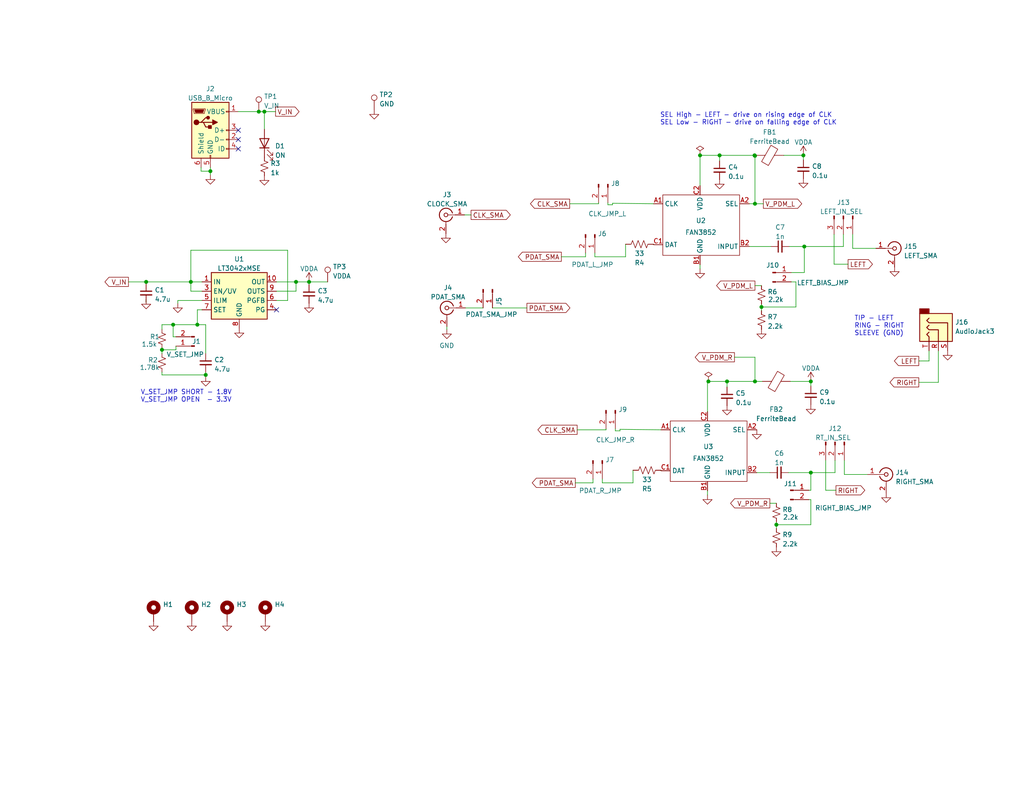
<source format=kicad_sch>
(kicad_sch (version 20211123) (generator eeschema)

  (uuid a37aa3a4-f4f9-4570-b025-7d8d31dda37d)

  (paper "USLetter")

  (title_block
    (title "FAN3852 ADC BOARD")
    (date "2022-12-19")
    (rev "A")
  )

  (lib_symbols
    (symbol "Connector:AudioJack3" (in_bom yes) (on_board yes)
      (property "Reference" "J" (id 0) (at 0 8.89 0)
        (effects (font (size 1.27 1.27)))
      )
      (property "Value" "AudioJack3" (id 1) (at 0 6.35 0)
        (effects (font (size 1.27 1.27)))
      )
      (property "Footprint" "" (id 2) (at 0 0 0)
        (effects (font (size 1.27 1.27)) hide)
      )
      (property "Datasheet" "~" (id 3) (at 0 0 0)
        (effects (font (size 1.27 1.27)) hide)
      )
      (property "ki_keywords" "audio jack receptacle stereo headphones phones TRS connector" (id 4) (at 0 0 0)
        (effects (font (size 1.27 1.27)) hide)
      )
      (property "ki_description" "Audio Jack, 3 Poles (Stereo / TRS)" (id 5) (at 0 0 0)
        (effects (font (size 1.27 1.27)) hide)
      )
      (property "ki_fp_filters" "Jack*" (id 6) (at 0 0 0)
        (effects (font (size 1.27 1.27)) hide)
      )
      (symbol "AudioJack3_0_1"
        (rectangle (start -5.08 -5.08) (end -6.35 -2.54)
          (stroke (width 0.254) (type default) (color 0 0 0 0))
          (fill (type outline))
        )
        (polyline
          (pts
            (xy 0 -2.54)
            (xy 0.635 -3.175)
            (xy 1.27 -2.54)
            (xy 2.54 -2.54)
          )
          (stroke (width 0.254) (type default) (color 0 0 0 0))
          (fill (type none))
        )
        (polyline
          (pts
            (xy -1.905 -2.54)
            (xy -1.27 -3.175)
            (xy -0.635 -2.54)
            (xy -0.635 0)
            (xy 2.54 0)
          )
          (stroke (width 0.254) (type default) (color 0 0 0 0))
          (fill (type none))
        )
        (polyline
          (pts
            (xy 2.54 2.54)
            (xy -2.54 2.54)
            (xy -2.54 -2.54)
            (xy -3.175 -3.175)
            (xy -3.81 -2.54)
          )
          (stroke (width 0.254) (type default) (color 0 0 0 0))
          (fill (type none))
        )
        (rectangle (start 2.54 3.81) (end -5.08 -5.08)
          (stroke (width 0.254) (type default) (color 0 0 0 0))
          (fill (type background))
        )
      )
      (symbol "AudioJack3_1_1"
        (pin passive line (at 5.08 0 180) (length 2.54)
          (name "~" (effects (font (size 1.27 1.27))))
          (number "R" (effects (font (size 1.27 1.27))))
        )
        (pin passive line (at 5.08 2.54 180) (length 2.54)
          (name "~" (effects (font (size 1.27 1.27))))
          (number "S" (effects (font (size 1.27 1.27))))
        )
        (pin passive line (at 5.08 -2.54 180) (length 2.54)
          (name "~" (effects (font (size 1.27 1.27))))
          (number "T" (effects (font (size 1.27 1.27))))
        )
      )
    )
    (symbol "Connector:Conn_01x02_Male" (pin_names (offset 1.016) hide) (in_bom yes) (on_board yes)
      (property "Reference" "J" (id 0) (at 0 2.54 0)
        (effects (font (size 1.27 1.27)))
      )
      (property "Value" "Conn_01x02_Male" (id 1) (at 0 -5.08 0)
        (effects (font (size 1.27 1.27)))
      )
      (property "Footprint" "" (id 2) (at 0 0 0)
        (effects (font (size 1.27 1.27)) hide)
      )
      (property "Datasheet" "~" (id 3) (at 0 0 0)
        (effects (font (size 1.27 1.27)) hide)
      )
      (property "ki_keywords" "connector" (id 4) (at 0 0 0)
        (effects (font (size 1.27 1.27)) hide)
      )
      (property "ki_description" "Generic connector, single row, 01x02, script generated (kicad-library-utils/schlib/autogen/connector/)" (id 5) (at 0 0 0)
        (effects (font (size 1.27 1.27)) hide)
      )
      (property "ki_fp_filters" "Connector*:*_1x??_*" (id 6) (at 0 0 0)
        (effects (font (size 1.27 1.27)) hide)
      )
      (symbol "Conn_01x02_Male_1_1"
        (polyline
          (pts
            (xy 1.27 -2.54)
            (xy 0.8636 -2.54)
          )
          (stroke (width 0.1524) (type default) (color 0 0 0 0))
          (fill (type none))
        )
        (polyline
          (pts
            (xy 1.27 0)
            (xy 0.8636 0)
          )
          (stroke (width 0.1524) (type default) (color 0 0 0 0))
          (fill (type none))
        )
        (rectangle (start 0.8636 -2.413) (end 0 -2.667)
          (stroke (width 0.1524) (type default) (color 0 0 0 0))
          (fill (type outline))
        )
        (rectangle (start 0.8636 0.127) (end 0 -0.127)
          (stroke (width 0.1524) (type default) (color 0 0 0 0))
          (fill (type outline))
        )
        (pin passive line (at 5.08 0 180) (length 3.81)
          (name "Pin_1" (effects (font (size 1.27 1.27))))
          (number "1" (effects (font (size 1.27 1.27))))
        )
        (pin passive line (at 5.08 -2.54 180) (length 3.81)
          (name "Pin_2" (effects (font (size 1.27 1.27))))
          (number "2" (effects (font (size 1.27 1.27))))
        )
      )
    )
    (symbol "Connector:Conn_01x03_Male" (pin_names (offset 1.016) hide) (in_bom yes) (on_board yes)
      (property "Reference" "J" (id 0) (at 0 5.08 0)
        (effects (font (size 1.27 1.27)))
      )
      (property "Value" "Conn_01x03_Male" (id 1) (at 0 -5.08 0)
        (effects (font (size 1.27 1.27)))
      )
      (property "Footprint" "" (id 2) (at 0 0 0)
        (effects (font (size 1.27 1.27)) hide)
      )
      (property "Datasheet" "~" (id 3) (at 0 0 0)
        (effects (font (size 1.27 1.27)) hide)
      )
      (property "ki_keywords" "connector" (id 4) (at 0 0 0)
        (effects (font (size 1.27 1.27)) hide)
      )
      (property "ki_description" "Generic connector, single row, 01x03, script generated (kicad-library-utils/schlib/autogen/connector/)" (id 5) (at 0 0 0)
        (effects (font (size 1.27 1.27)) hide)
      )
      (property "ki_fp_filters" "Connector*:*_1x??_*" (id 6) (at 0 0 0)
        (effects (font (size 1.27 1.27)) hide)
      )
      (symbol "Conn_01x03_Male_1_1"
        (polyline
          (pts
            (xy 1.27 -2.54)
            (xy 0.8636 -2.54)
          )
          (stroke (width 0.1524) (type default) (color 0 0 0 0))
          (fill (type none))
        )
        (polyline
          (pts
            (xy 1.27 0)
            (xy 0.8636 0)
          )
          (stroke (width 0.1524) (type default) (color 0 0 0 0))
          (fill (type none))
        )
        (polyline
          (pts
            (xy 1.27 2.54)
            (xy 0.8636 2.54)
          )
          (stroke (width 0.1524) (type default) (color 0 0 0 0))
          (fill (type none))
        )
        (rectangle (start 0.8636 -2.413) (end 0 -2.667)
          (stroke (width 0.1524) (type default) (color 0 0 0 0))
          (fill (type outline))
        )
        (rectangle (start 0.8636 0.127) (end 0 -0.127)
          (stroke (width 0.1524) (type default) (color 0 0 0 0))
          (fill (type outline))
        )
        (rectangle (start 0.8636 2.667) (end 0 2.413)
          (stroke (width 0.1524) (type default) (color 0 0 0 0))
          (fill (type outline))
        )
        (pin passive line (at 5.08 2.54 180) (length 3.81)
          (name "Pin_1" (effects (font (size 1.27 1.27))))
          (number "1" (effects (font (size 1.27 1.27))))
        )
        (pin passive line (at 5.08 0 180) (length 3.81)
          (name "Pin_2" (effects (font (size 1.27 1.27))))
          (number "2" (effects (font (size 1.27 1.27))))
        )
        (pin passive line (at 5.08 -2.54 180) (length 3.81)
          (name "Pin_3" (effects (font (size 1.27 1.27))))
          (number "3" (effects (font (size 1.27 1.27))))
        )
      )
    )
    (symbol "Connector:Conn_Coaxial" (pin_names (offset 1.016) hide) (in_bom yes) (on_board yes)
      (property "Reference" "J" (id 0) (at 0.254 3.048 0)
        (effects (font (size 1.27 1.27)))
      )
      (property "Value" "Conn_Coaxial" (id 1) (at 2.921 0 90)
        (effects (font (size 1.27 1.27)))
      )
      (property "Footprint" "" (id 2) (at 0 0 0)
        (effects (font (size 1.27 1.27)) hide)
      )
      (property "Datasheet" " ~" (id 3) (at 0 0 0)
        (effects (font (size 1.27 1.27)) hide)
      )
      (property "ki_keywords" "BNC SMA SMB SMC LEMO coaxial connector CINCH RCA" (id 4) (at 0 0 0)
        (effects (font (size 1.27 1.27)) hide)
      )
      (property "ki_description" "coaxial connector (BNC, SMA, SMB, SMC, Cinch/RCA, LEMO, ...)" (id 5) (at 0 0 0)
        (effects (font (size 1.27 1.27)) hide)
      )
      (property "ki_fp_filters" "*BNC* *SMA* *SMB* *SMC* *Cinch* *LEMO*" (id 6) (at 0 0 0)
        (effects (font (size 1.27 1.27)) hide)
      )
      (symbol "Conn_Coaxial_0_1"
        (arc (start -1.778 -0.508) (mid 0.2311 -1.8066) (end 1.778 0)
          (stroke (width 0.254) (type default) (color 0 0 0 0))
          (fill (type none))
        )
        (polyline
          (pts
            (xy -2.54 0)
            (xy -0.508 0)
          )
          (stroke (width 0) (type default) (color 0 0 0 0))
          (fill (type none))
        )
        (polyline
          (pts
            (xy 0 -2.54)
            (xy 0 -1.778)
          )
          (stroke (width 0) (type default) (color 0 0 0 0))
          (fill (type none))
        )
        (circle (center 0 0) (radius 0.508)
          (stroke (width 0.2032) (type default) (color 0 0 0 0))
          (fill (type none))
        )
        (arc (start 1.778 0) (mid 0.2099 1.8101) (end -1.778 0.508)
          (stroke (width 0.254) (type default) (color 0 0 0 0))
          (fill (type none))
        )
      )
      (symbol "Conn_Coaxial_1_1"
        (pin passive line (at -5.08 0 0) (length 2.54)
          (name "In" (effects (font (size 1.27 1.27))))
          (number "1" (effects (font (size 1.27 1.27))))
        )
        (pin passive line (at 0 -5.08 90) (length 2.54)
          (name "Ext" (effects (font (size 1.27 1.27))))
          (number "2" (effects (font (size 1.27 1.27))))
        )
      )
    )
    (symbol "Connector:TestPoint" (pin_numbers hide) (pin_names (offset 0.762) hide) (in_bom yes) (on_board yes)
      (property "Reference" "TP" (id 0) (at 0 6.858 0)
        (effects (font (size 1.27 1.27)))
      )
      (property "Value" "TestPoint" (id 1) (at 0 5.08 0)
        (effects (font (size 1.27 1.27)))
      )
      (property "Footprint" "" (id 2) (at 5.08 0 0)
        (effects (font (size 1.27 1.27)) hide)
      )
      (property "Datasheet" "~" (id 3) (at 5.08 0 0)
        (effects (font (size 1.27 1.27)) hide)
      )
      (property "ki_keywords" "test point tp" (id 4) (at 0 0 0)
        (effects (font (size 1.27 1.27)) hide)
      )
      (property "ki_description" "test point" (id 5) (at 0 0 0)
        (effects (font (size 1.27 1.27)) hide)
      )
      (property "ki_fp_filters" "Pin* Test*" (id 6) (at 0 0 0)
        (effects (font (size 1.27 1.27)) hide)
      )
      (symbol "TestPoint_0_1"
        (circle (center 0 3.302) (radius 0.762)
          (stroke (width 0) (type default) (color 0 0 0 0))
          (fill (type none))
        )
      )
      (symbol "TestPoint_1_1"
        (pin passive line (at 0 0 90) (length 2.54)
          (name "1" (effects (font (size 1.27 1.27))))
          (number "1" (effects (font (size 1.27 1.27))))
        )
      )
    )
    (symbol "Connector:USB_B_Micro" (pin_names (offset 1.016)) (in_bom yes) (on_board yes)
      (property "Reference" "J" (id 0) (at -5.08 11.43 0)
        (effects (font (size 1.27 1.27)) (justify left))
      )
      (property "Value" "USB_B_Micro" (id 1) (at -5.08 8.89 0)
        (effects (font (size 1.27 1.27)) (justify left))
      )
      (property "Footprint" "" (id 2) (at 3.81 -1.27 0)
        (effects (font (size 1.27 1.27)) hide)
      )
      (property "Datasheet" "~" (id 3) (at 3.81 -1.27 0)
        (effects (font (size 1.27 1.27)) hide)
      )
      (property "ki_keywords" "connector USB micro" (id 4) (at 0 0 0)
        (effects (font (size 1.27 1.27)) hide)
      )
      (property "ki_description" "USB Micro Type B connector" (id 5) (at 0 0 0)
        (effects (font (size 1.27 1.27)) hide)
      )
      (property "ki_fp_filters" "USB*" (id 6) (at 0 0 0)
        (effects (font (size 1.27 1.27)) hide)
      )
      (symbol "USB_B_Micro_0_1"
        (rectangle (start -5.08 -7.62) (end 5.08 7.62)
          (stroke (width 0.254) (type default) (color 0 0 0 0))
          (fill (type background))
        )
        (circle (center -3.81 2.159) (radius 0.635)
          (stroke (width 0.254) (type default) (color 0 0 0 0))
          (fill (type outline))
        )
        (circle (center -0.635 3.429) (radius 0.381)
          (stroke (width 0.254) (type default) (color 0 0 0 0))
          (fill (type outline))
        )
        (rectangle (start -0.127 -7.62) (end 0.127 -6.858)
          (stroke (width 0) (type default) (color 0 0 0 0))
          (fill (type none))
        )
        (polyline
          (pts
            (xy -1.905 2.159)
            (xy 0.635 2.159)
          )
          (stroke (width 0.254) (type default) (color 0 0 0 0))
          (fill (type none))
        )
        (polyline
          (pts
            (xy -3.175 2.159)
            (xy -2.54 2.159)
            (xy -1.27 3.429)
            (xy -0.635 3.429)
          )
          (stroke (width 0.254) (type default) (color 0 0 0 0))
          (fill (type none))
        )
        (polyline
          (pts
            (xy -2.54 2.159)
            (xy -1.905 2.159)
            (xy -1.27 0.889)
            (xy 0 0.889)
          )
          (stroke (width 0.254) (type default) (color 0 0 0 0))
          (fill (type none))
        )
        (polyline
          (pts
            (xy 0.635 2.794)
            (xy 0.635 1.524)
            (xy 1.905 2.159)
            (xy 0.635 2.794)
          )
          (stroke (width 0.254) (type default) (color 0 0 0 0))
          (fill (type outline))
        )
        (polyline
          (pts
            (xy -4.318 5.588)
            (xy -1.778 5.588)
            (xy -2.032 4.826)
            (xy -4.064 4.826)
            (xy -4.318 5.588)
          )
          (stroke (width 0) (type default) (color 0 0 0 0))
          (fill (type outline))
        )
        (polyline
          (pts
            (xy -4.699 5.842)
            (xy -4.699 5.588)
            (xy -4.445 4.826)
            (xy -4.445 4.572)
            (xy -1.651 4.572)
            (xy -1.651 4.826)
            (xy -1.397 5.588)
            (xy -1.397 5.842)
            (xy -4.699 5.842)
          )
          (stroke (width 0) (type default) (color 0 0 0 0))
          (fill (type none))
        )
        (rectangle (start 0.254 1.27) (end -0.508 0.508)
          (stroke (width 0.254) (type default) (color 0 0 0 0))
          (fill (type outline))
        )
        (rectangle (start 5.08 -5.207) (end 4.318 -4.953)
          (stroke (width 0) (type default) (color 0 0 0 0))
          (fill (type none))
        )
        (rectangle (start 5.08 -2.667) (end 4.318 -2.413)
          (stroke (width 0) (type default) (color 0 0 0 0))
          (fill (type none))
        )
        (rectangle (start 5.08 -0.127) (end 4.318 0.127)
          (stroke (width 0) (type default) (color 0 0 0 0))
          (fill (type none))
        )
        (rectangle (start 5.08 4.953) (end 4.318 5.207)
          (stroke (width 0) (type default) (color 0 0 0 0))
          (fill (type none))
        )
      )
      (symbol "USB_B_Micro_1_1"
        (pin power_out line (at 7.62 5.08 180) (length 2.54)
          (name "VBUS" (effects (font (size 1.27 1.27))))
          (number "1" (effects (font (size 1.27 1.27))))
        )
        (pin bidirectional line (at 7.62 -2.54 180) (length 2.54)
          (name "D-" (effects (font (size 1.27 1.27))))
          (number "2" (effects (font (size 1.27 1.27))))
        )
        (pin bidirectional line (at 7.62 0 180) (length 2.54)
          (name "D+" (effects (font (size 1.27 1.27))))
          (number "3" (effects (font (size 1.27 1.27))))
        )
        (pin passive line (at 7.62 -5.08 180) (length 2.54)
          (name "ID" (effects (font (size 1.27 1.27))))
          (number "4" (effects (font (size 1.27 1.27))))
        )
        (pin power_out line (at 0 -10.16 90) (length 2.54)
          (name "GND" (effects (font (size 1.27 1.27))))
          (number "5" (effects (font (size 1.27 1.27))))
        )
        (pin passive line (at -2.54 -10.16 90) (length 2.54)
          (name "Shield" (effects (font (size 1.27 1.27))))
          (number "6" (effects (font (size 1.27 1.27))))
        )
      )
    )
    (symbol "Device:C_Small" (pin_numbers hide) (pin_names (offset 0.254) hide) (in_bom yes) (on_board yes)
      (property "Reference" "C" (id 0) (at 0.254 1.778 0)
        (effects (font (size 1.27 1.27)) (justify left))
      )
      (property "Value" "C_Small" (id 1) (at 0.254 -2.032 0)
        (effects (font (size 1.27 1.27)) (justify left))
      )
      (property "Footprint" "" (id 2) (at 0 0 0)
        (effects (font (size 1.27 1.27)) hide)
      )
      (property "Datasheet" "~" (id 3) (at 0 0 0)
        (effects (font (size 1.27 1.27)) hide)
      )
      (property "ki_keywords" "capacitor cap" (id 4) (at 0 0 0)
        (effects (font (size 1.27 1.27)) hide)
      )
      (property "ki_description" "Unpolarized capacitor, small symbol" (id 5) (at 0 0 0)
        (effects (font (size 1.27 1.27)) hide)
      )
      (property "ki_fp_filters" "C_*" (id 6) (at 0 0 0)
        (effects (font (size 1.27 1.27)) hide)
      )
      (symbol "C_Small_0_1"
        (polyline
          (pts
            (xy -1.524 -0.508)
            (xy 1.524 -0.508)
          )
          (stroke (width 0.3302) (type default) (color 0 0 0 0))
          (fill (type none))
        )
        (polyline
          (pts
            (xy -1.524 0.508)
            (xy 1.524 0.508)
          )
          (stroke (width 0.3048) (type default) (color 0 0 0 0))
          (fill (type none))
        )
      )
      (symbol "C_Small_1_1"
        (pin passive line (at 0 2.54 270) (length 2.032)
          (name "~" (effects (font (size 1.27 1.27))))
          (number "1" (effects (font (size 1.27 1.27))))
        )
        (pin passive line (at 0 -2.54 90) (length 2.032)
          (name "~" (effects (font (size 1.27 1.27))))
          (number "2" (effects (font (size 1.27 1.27))))
        )
      )
    )
    (symbol "Device:FerriteBead" (pin_numbers hide) (pin_names (offset 0)) (in_bom yes) (on_board yes)
      (property "Reference" "FB" (id 0) (at -3.81 0.635 90)
        (effects (font (size 1.27 1.27)))
      )
      (property "Value" "FerriteBead" (id 1) (at 3.81 0 90)
        (effects (font (size 1.27 1.27)))
      )
      (property "Footprint" "" (id 2) (at -1.778 0 90)
        (effects (font (size 1.27 1.27)) hide)
      )
      (property "Datasheet" "~" (id 3) (at 0 0 0)
        (effects (font (size 1.27 1.27)) hide)
      )
      (property "ki_keywords" "L ferrite bead inductor filter" (id 4) (at 0 0 0)
        (effects (font (size 1.27 1.27)) hide)
      )
      (property "ki_description" "Ferrite bead" (id 5) (at 0 0 0)
        (effects (font (size 1.27 1.27)) hide)
      )
      (property "ki_fp_filters" "Inductor_* L_* *Ferrite*" (id 6) (at 0 0 0)
        (effects (font (size 1.27 1.27)) hide)
      )
      (symbol "FerriteBead_0_1"
        (polyline
          (pts
            (xy 0 -1.27)
            (xy 0 -1.2192)
          )
          (stroke (width 0) (type default) (color 0 0 0 0))
          (fill (type none))
        )
        (polyline
          (pts
            (xy 0 1.27)
            (xy 0 1.2954)
          )
          (stroke (width 0) (type default) (color 0 0 0 0))
          (fill (type none))
        )
        (polyline
          (pts
            (xy -2.7686 0.4064)
            (xy -1.7018 2.2606)
            (xy 2.7686 -0.3048)
            (xy 1.6764 -2.159)
            (xy -2.7686 0.4064)
          )
          (stroke (width 0) (type default) (color 0 0 0 0))
          (fill (type none))
        )
      )
      (symbol "FerriteBead_1_1"
        (pin passive line (at 0 3.81 270) (length 2.54)
          (name "~" (effects (font (size 1.27 1.27))))
          (number "1" (effects (font (size 1.27 1.27))))
        )
        (pin passive line (at 0 -3.81 90) (length 2.54)
          (name "~" (effects (font (size 1.27 1.27))))
          (number "2" (effects (font (size 1.27 1.27))))
        )
      )
    )
    (symbol "Device:LED" (pin_numbers hide) (pin_names (offset 1.016) hide) (in_bom yes) (on_board yes)
      (property "Reference" "D" (id 0) (at 0 2.54 0)
        (effects (font (size 1.27 1.27)))
      )
      (property "Value" "LED" (id 1) (at 0 -2.54 0)
        (effects (font (size 1.27 1.27)))
      )
      (property "Footprint" "" (id 2) (at 0 0 0)
        (effects (font (size 1.27 1.27)) hide)
      )
      (property "Datasheet" "~" (id 3) (at 0 0 0)
        (effects (font (size 1.27 1.27)) hide)
      )
      (property "ki_keywords" "LED diode" (id 4) (at 0 0 0)
        (effects (font (size 1.27 1.27)) hide)
      )
      (property "ki_description" "Light emitting diode" (id 5) (at 0 0 0)
        (effects (font (size 1.27 1.27)) hide)
      )
      (property "ki_fp_filters" "LED* LED_SMD:* LED_THT:*" (id 6) (at 0 0 0)
        (effects (font (size 1.27 1.27)) hide)
      )
      (symbol "LED_0_1"
        (polyline
          (pts
            (xy -1.27 -1.27)
            (xy -1.27 1.27)
          )
          (stroke (width 0.254) (type default) (color 0 0 0 0))
          (fill (type none))
        )
        (polyline
          (pts
            (xy -1.27 0)
            (xy 1.27 0)
          )
          (stroke (width 0) (type default) (color 0 0 0 0))
          (fill (type none))
        )
        (polyline
          (pts
            (xy 1.27 -1.27)
            (xy 1.27 1.27)
            (xy -1.27 0)
            (xy 1.27 -1.27)
          )
          (stroke (width 0.254) (type default) (color 0 0 0 0))
          (fill (type none))
        )
        (polyline
          (pts
            (xy -3.048 -0.762)
            (xy -4.572 -2.286)
            (xy -3.81 -2.286)
            (xy -4.572 -2.286)
            (xy -4.572 -1.524)
          )
          (stroke (width 0) (type default) (color 0 0 0 0))
          (fill (type none))
        )
        (polyline
          (pts
            (xy -1.778 -0.762)
            (xy -3.302 -2.286)
            (xy -2.54 -2.286)
            (xy -3.302 -2.286)
            (xy -3.302 -1.524)
          )
          (stroke (width 0) (type default) (color 0 0 0 0))
          (fill (type none))
        )
      )
      (symbol "LED_1_1"
        (pin passive line (at -3.81 0 0) (length 2.54)
          (name "K" (effects (font (size 1.27 1.27))))
          (number "1" (effects (font (size 1.27 1.27))))
        )
        (pin passive line (at 3.81 0 180) (length 2.54)
          (name "A" (effects (font (size 1.27 1.27))))
          (number "2" (effects (font (size 1.27 1.27))))
        )
      )
    )
    (symbol "Device:R_Small_US" (pin_numbers hide) (pin_names (offset 0.254) hide) (in_bom yes) (on_board yes)
      (property "Reference" "R" (id 0) (at 0.762 0.508 0)
        (effects (font (size 1.27 1.27)) (justify left))
      )
      (property "Value" "R_Small_US" (id 1) (at 0.762 -1.016 0)
        (effects (font (size 1.27 1.27)) (justify left))
      )
      (property "Footprint" "" (id 2) (at 0 0 0)
        (effects (font (size 1.27 1.27)) hide)
      )
      (property "Datasheet" "~" (id 3) (at 0 0 0)
        (effects (font (size 1.27 1.27)) hide)
      )
      (property "ki_keywords" "r resistor" (id 4) (at 0 0 0)
        (effects (font (size 1.27 1.27)) hide)
      )
      (property "ki_description" "Resistor, small US symbol" (id 5) (at 0 0 0)
        (effects (font (size 1.27 1.27)) hide)
      )
      (property "ki_fp_filters" "R_*" (id 6) (at 0 0 0)
        (effects (font (size 1.27 1.27)) hide)
      )
      (symbol "R_Small_US_1_1"
        (polyline
          (pts
            (xy 0 0)
            (xy 1.016 -0.381)
            (xy 0 -0.762)
            (xy -1.016 -1.143)
            (xy 0 -1.524)
          )
          (stroke (width 0) (type default) (color 0 0 0 0))
          (fill (type none))
        )
        (polyline
          (pts
            (xy 0 1.524)
            (xy 1.016 1.143)
            (xy 0 0.762)
            (xy -1.016 0.381)
            (xy 0 0)
          )
          (stroke (width 0) (type default) (color 0 0 0 0))
          (fill (type none))
        )
        (pin passive line (at 0 2.54 270) (length 1.016)
          (name "~" (effects (font (size 1.27 1.27))))
          (number "1" (effects (font (size 1.27 1.27))))
        )
        (pin passive line (at 0 -2.54 90) (length 1.016)
          (name "~" (effects (font (size 1.27 1.27))))
          (number "2" (effects (font (size 1.27 1.27))))
        )
      )
    )
    (symbol "Device:R_US" (pin_numbers hide) (pin_names (offset 0)) (in_bom yes) (on_board yes)
      (property "Reference" "R" (id 0) (at 2.54 0 90)
        (effects (font (size 1.27 1.27)))
      )
      (property "Value" "R_US" (id 1) (at -2.54 0 90)
        (effects (font (size 1.27 1.27)))
      )
      (property "Footprint" "" (id 2) (at 1.016 -0.254 90)
        (effects (font (size 1.27 1.27)) hide)
      )
      (property "Datasheet" "~" (id 3) (at 0 0 0)
        (effects (font (size 1.27 1.27)) hide)
      )
      (property "ki_keywords" "R res resistor" (id 4) (at 0 0 0)
        (effects (font (size 1.27 1.27)) hide)
      )
      (property "ki_description" "Resistor, US symbol" (id 5) (at 0 0 0)
        (effects (font (size 1.27 1.27)) hide)
      )
      (property "ki_fp_filters" "R_*" (id 6) (at 0 0 0)
        (effects (font (size 1.27 1.27)) hide)
      )
      (symbol "R_US_0_1"
        (polyline
          (pts
            (xy 0 -2.286)
            (xy 0 -2.54)
          )
          (stroke (width 0) (type default) (color 0 0 0 0))
          (fill (type none))
        )
        (polyline
          (pts
            (xy 0 2.286)
            (xy 0 2.54)
          )
          (stroke (width 0) (type default) (color 0 0 0 0))
          (fill (type none))
        )
        (polyline
          (pts
            (xy 0 -0.762)
            (xy 1.016 -1.143)
            (xy 0 -1.524)
            (xy -1.016 -1.905)
            (xy 0 -2.286)
          )
          (stroke (width 0) (type default) (color 0 0 0 0))
          (fill (type none))
        )
        (polyline
          (pts
            (xy 0 0.762)
            (xy 1.016 0.381)
            (xy 0 0)
            (xy -1.016 -0.381)
            (xy 0 -0.762)
          )
          (stroke (width 0) (type default) (color 0 0 0 0))
          (fill (type none))
        )
        (polyline
          (pts
            (xy 0 2.286)
            (xy 1.016 1.905)
            (xy 0 1.524)
            (xy -1.016 1.143)
            (xy 0 0.762)
          )
          (stroke (width 0) (type default) (color 0 0 0 0))
          (fill (type none))
        )
      )
      (symbol "R_US_1_1"
        (pin passive line (at 0 3.81 270) (length 1.27)
          (name "~" (effects (font (size 1.27 1.27))))
          (number "1" (effects (font (size 1.27 1.27))))
        )
        (pin passive line (at 0 -3.81 90) (length 1.27)
          (name "~" (effects (font (size 1.27 1.27))))
          (number "2" (effects (font (size 1.27 1.27))))
        )
      )
    )
    (symbol "GND_1" (power) (pin_numbers hide) (pin_names (offset 0) hide) (in_bom yes) (on_board yes)
      (property "Reference" "#PWR" (id 0) (at 0 -6.35 0)
        (effects (font (size 1.27 1.27)) hide)
      )
      (property "Value" "GND_1" (id 1) (at 0 -3.81 0)
        (effects (font (size 1.27 1.27)))
      )
      (property "Footprint" "" (id 2) (at 0 0 0)
        (effects (font (size 1.27 1.27)) hide)
      )
      (property "Datasheet" "" (id 3) (at 0 0 0)
        (effects (font (size 1.27 1.27)) hide)
      )
      (property "ki_keywords" "power-flag" (id 4) (at 0 0 0)
        (effects (font (size 1.27 1.27)) hide)
      )
      (property "ki_description" "Power symbol creates a global label with name \"GND\" , ground" (id 5) (at 0 0 0)
        (effects (font (size 1.27 1.27)) hide)
      )
      (symbol "GND_1_0_1"
        (polyline
          (pts
            (xy 0 0)
            (xy 0 -1.27)
            (xy 1.27 -1.27)
            (xy 0 -2.54)
            (xy -1.27 -1.27)
            (xy 0 -1.27)
          )
          (stroke (width 0) (type default) (color 0 0 0 0))
          (fill (type none))
        )
      )
      (symbol "GND_1_1_1"
        (pin power_in line (at 0 0 270) (length 0) hide
          (name "GND" (effects (font (size 1.27 1.27))))
          (number "1" (effects (font (size 1.27 1.27))))
        )
      )
    )
    (symbol "GND_2" (power) (pin_numbers hide) (pin_names (offset 0) hide) (in_bom yes) (on_board yes)
      (property "Reference" "#PWR" (id 0) (at 0 -6.35 0)
        (effects (font (size 1.27 1.27)) hide)
      )
      (property "Value" "GND_2" (id 1) (at 0 -3.81 0)
        (effects (font (size 1.27 1.27)))
      )
      (property "Footprint" "" (id 2) (at 0 0 0)
        (effects (font (size 1.27 1.27)) hide)
      )
      (property "Datasheet" "" (id 3) (at 0 0 0)
        (effects (font (size 1.27 1.27)) hide)
      )
      (property "ki_keywords" "power-flag" (id 4) (at 0 0 0)
        (effects (font (size 1.27 1.27)) hide)
      )
      (property "ki_description" "Power symbol creates a global label with name \"GND\" , ground" (id 5) (at 0 0 0)
        (effects (font (size 1.27 1.27)) hide)
      )
      (symbol "GND_2_0_1"
        (polyline
          (pts
            (xy 0 0)
            (xy 0 -1.27)
            (xy 1.27 -1.27)
            (xy 0 -2.54)
            (xy -1.27 -1.27)
            (xy 0 -1.27)
          )
          (stroke (width 0) (type default) (color 0 0 0 0))
          (fill (type none))
        )
      )
      (symbol "GND_2_1_1"
        (pin power_in line (at 0 0 270) (length 0) hide
          (name "GND" (effects (font (size 1.27 1.27))))
          (number "1" (effects (font (size 1.27 1.27))))
        )
      )
    )
    (symbol "Mechanical:MountingHole_Pad" (pin_numbers hide) (pin_names (offset 1.016) hide) (in_bom yes) (on_board yes)
      (property "Reference" "H" (id 0) (at 0 6.35 0)
        (effects (font (size 1.27 1.27)))
      )
      (property "Value" "MountingHole_Pad" (id 1) (at 0 4.445 0)
        (effects (font (size 1.27 1.27)))
      )
      (property "Footprint" "" (id 2) (at 0 0 0)
        (effects (font (size 1.27 1.27)) hide)
      )
      (property "Datasheet" "~" (id 3) (at 0 0 0)
        (effects (font (size 1.27 1.27)) hide)
      )
      (property "ki_keywords" "mounting hole" (id 4) (at 0 0 0)
        (effects (font (size 1.27 1.27)) hide)
      )
      (property "ki_description" "Mounting Hole with connection" (id 5) (at 0 0 0)
        (effects (font (size 1.27 1.27)) hide)
      )
      (property "ki_fp_filters" "MountingHole*Pad*" (id 6) (at 0 0 0)
        (effects (font (size 1.27 1.27)) hide)
      )
      (symbol "MountingHole_Pad_0_1"
        (circle (center 0 1.27) (radius 1.27)
          (stroke (width 1.27) (type default) (color 0 0 0 0))
          (fill (type none))
        )
      )
      (symbol "MountingHole_Pad_1_1"
        (pin input line (at 0 -2.54 90) (length 2.54)
          (name "1" (effects (font (size 1.27 1.27))))
          (number "1" (effects (font (size 1.27 1.27))))
        )
      )
    )
    (symbol "Regulator_Linear:LT3042xMSE" (in_bom yes) (on_board yes)
      (property "Reference" "U" (id 0) (at -6.35 6.35 0)
        (effects (font (size 1.27 1.27)))
      )
      (property "Value" "LT3042xMSE" (id 1) (at 1.27 6.35 0)
        (effects (font (size 1.27 1.27)) (justify left))
      )
      (property "Footprint" "Package_SO:MSOP-10-1EP_3x3mm_P0.5mm_EP1.68x1.88mm" (id 2) (at 0 8.255 0)
        (effects (font (size 1.27 1.27)) hide)
      )
      (property "Datasheet" "https://www.analog.com/media/en/technical-documentation/data-sheets/3042fb.pdf" (id 3) (at 0 0 0)
        (effects (font (size 1.27 1.27)) hide)
      )
      (property "ki_keywords" "linear voltage regulator low-noise" (id 4) (at 0 0 0)
        (effects (font (size 1.27 1.27)) hide)
      )
      (property "ki_description" "200mA, Adjustable, Ultralow Noise, Ultrahigh PSRR RF Linear Regulator, MSOP-10" (id 5) (at 0 0 0)
        (effects (font (size 1.27 1.27)) hide)
      )
      (property "ki_fp_filters" "MSOP*1EP*3x3mm*P0.5mm*" (id 6) (at 0 0 0)
        (effects (font (size 1.27 1.27)) hide)
      )
      (symbol "LT3042xMSE_0_1"
        (rectangle (start -7.62 5.08) (end 7.62 -7.62)
          (stroke (width 0.254) (type default) (color 0 0 0 0))
          (fill (type background))
        )
      )
      (symbol "LT3042xMSE_1_1"
        (pin power_in line (at -10.16 2.54 0) (length 2.54)
          (name "IN" (effects (font (size 1.27 1.27))))
          (number "1" (effects (font (size 1.27 1.27))))
        )
        (pin power_out line (at 10.16 2.54 180) (length 2.54)
          (name "OUT" (effects (font (size 1.27 1.27))))
          (number "10" (effects (font (size 1.27 1.27))))
        )
        (pin passive line (at 0 -10.16 90) (length 2.54) hide
          (name "GND" (effects (font (size 1.27 1.27))))
          (number "11" (effects (font (size 1.27 1.27))))
        )
        (pin passive line (at -10.16 2.54 0) (length 2.54) hide
          (name "IN" (effects (font (size 1.27 1.27))))
          (number "2" (effects (font (size 1.27 1.27))))
        )
        (pin input line (at -10.16 0 0) (length 2.54)
          (name "EN/UV" (effects (font (size 1.27 1.27))))
          (number "3" (effects (font (size 1.27 1.27))))
        )
        (pin open_collector line (at 10.16 -5.08 180) (length 2.54)
          (name "PG" (effects (font (size 1.27 1.27))))
          (number "4" (effects (font (size 1.27 1.27))))
        )
        (pin passive line (at -10.16 -2.54 0) (length 2.54)
          (name "ILIM" (effects (font (size 1.27 1.27))))
          (number "5" (effects (font (size 1.27 1.27))))
        )
        (pin input line (at 10.16 -2.54 180) (length 2.54)
          (name "PGFB" (effects (font (size 1.27 1.27))))
          (number "6" (effects (font (size 1.27 1.27))))
        )
        (pin passive line (at -10.16 -5.08 0) (length 2.54)
          (name "SET" (effects (font (size 1.27 1.27))))
          (number "7" (effects (font (size 1.27 1.27))))
        )
        (pin power_in line (at 0 -10.16 90) (length 2.54)
          (name "GND" (effects (font (size 1.27 1.27))))
          (number "8" (effects (font (size 1.27 1.27))))
        )
        (pin input line (at 10.16 0 180) (length 2.54)
          (name "OUTS" (effects (font (size 1.27 1.27))))
          (number "9" (effects (font (size 1.27 1.27))))
        )
      )
    )
    (symbol "power:GND" (power) (pin_numbers hide) (pin_names (offset 0) hide) (in_bom yes) (on_board yes)
      (property "Reference" "#PWR" (id 0) (at 0 -6.35 0)
        (effects (font (size 1.27 1.27)) hide)
      )
      (property "Value" "GND" (id 1) (at 0 -3.81 0)
        (effects (font (size 1.27 1.27)))
      )
      (property "Footprint" "" (id 2) (at 0 0 0)
        (effects (font (size 1.27 1.27)) hide)
      )
      (property "Datasheet" "" (id 3) (at 0 0 0)
        (effects (font (size 1.27 1.27)) hide)
      )
      (property "ki_keywords" "power-flag" (id 4) (at 0 0 0)
        (effects (font (size 1.27 1.27)) hide)
      )
      (property "ki_description" "Power symbol creates a global label with name \"GND\" , ground" (id 5) (at 0 0 0)
        (effects (font (size 1.27 1.27)) hide)
      )
      (symbol "GND_0_1"
        (polyline
          (pts
            (xy 0 0)
            (xy 0 -1.27)
            (xy 1.27 -1.27)
            (xy 0 -2.54)
            (xy -1.27 -1.27)
            (xy 0 -1.27)
          )
          (stroke (width 0) (type default) (color 0 0 0 0))
          (fill (type none))
        )
      )
      (symbol "GND_1_1"
        (pin power_in line (at 0 0 270) (length 0) hide
          (name "GND" (effects (font (size 1.27 1.27))))
          (number "1" (effects (font (size 1.27 1.27))))
        )
      )
    )
    (symbol "power:PWR_FLAG" (power) (pin_numbers hide) (pin_names (offset 0) hide) (in_bom yes) (on_board yes)
      (property "Reference" "#FLG" (id 0) (at 0 1.905 0)
        (effects (font (size 1.27 1.27)) hide)
      )
      (property "Value" "PWR_FLAG" (id 1) (at 0 3.81 0)
        (effects (font (size 1.27 1.27)))
      )
      (property "Footprint" "" (id 2) (at 0 0 0)
        (effects (font (size 1.27 1.27)) hide)
      )
      (property "Datasheet" "~" (id 3) (at 0 0 0)
        (effects (font (size 1.27 1.27)) hide)
      )
      (property "ki_keywords" "power-flag" (id 4) (at 0 0 0)
        (effects (font (size 1.27 1.27)) hide)
      )
      (property "ki_description" "Special symbol for telling ERC where power comes from" (id 5) (at 0 0 0)
        (effects (font (size 1.27 1.27)) hide)
      )
      (symbol "PWR_FLAG_0_0"
        (pin power_out line (at 0 0 90) (length 0)
          (name "pwr" (effects (font (size 1.27 1.27))))
          (number "1" (effects (font (size 1.27 1.27))))
        )
      )
      (symbol "PWR_FLAG_0_1"
        (polyline
          (pts
            (xy 0 0)
            (xy 0 1.27)
            (xy -1.016 1.905)
            (xy 0 2.54)
            (xy 1.016 1.905)
            (xy 0 1.27)
          )
          (stroke (width 0) (type default) (color 0 0 0 0))
          (fill (type none))
        )
      )
    )
    (symbol "power:VDDA" (power) (pin_numbers hide) (pin_names (offset 0) hide) (in_bom yes) (on_board yes)
      (property "Reference" "#PWR" (id 0) (at 0 -3.81 0)
        (effects (font (size 1.27 1.27)) hide)
      )
      (property "Value" "VDDA" (id 1) (at 0 3.81 0)
        (effects (font (size 1.27 1.27)))
      )
      (property "Footprint" "" (id 2) (at 0 0 0)
        (effects (font (size 1.27 1.27)) hide)
      )
      (property "Datasheet" "" (id 3) (at 0 0 0)
        (effects (font (size 1.27 1.27)) hide)
      )
      (property "ki_keywords" "power-flag" (id 4) (at 0 0 0)
        (effects (font (size 1.27 1.27)) hide)
      )
      (property "ki_description" "Power symbol creates a global label with name \"VDDA\"" (id 5) (at 0 0 0)
        (effects (font (size 1.27 1.27)) hide)
      )
      (symbol "VDDA_0_1"
        (polyline
          (pts
            (xy -0.762 1.27)
            (xy 0 2.54)
          )
          (stroke (width 0) (type default) (color 0 0 0 0))
          (fill (type none))
        )
        (polyline
          (pts
            (xy 0 0)
            (xy 0 2.54)
          )
          (stroke (width 0) (type default) (color 0 0 0 0))
          (fill (type none))
        )
        (polyline
          (pts
            (xy 0 2.54)
            (xy 0.762 1.27)
          )
          (stroke (width 0) (type default) (color 0 0 0 0))
          (fill (type none))
        )
      )
      (symbol "VDDA_1_1"
        (pin power_in line (at 0 0 90) (length 0) hide
          (name "VDDA" (effects (font (size 1.27 1.27))))
          (number "1" (effects (font (size 1.27 1.27))))
        )
      )
    )
    (symbol "syn:FAN3852" (in_bom yes) (on_board yes)
      (property "Reference" "U" (id 0) (at 0 1.27 0)
        (effects (font (size 1.27 1.27)))
      )
      (property "Value" "FAN3852" (id 1) (at 0 -1.27 0)
        (effects (font (size 1.27 1.27)))
      )
      (property "Footprint" "" (id 2) (at 0 0 0)
        (effects (font (size 1.27 1.27)) hide)
      )
      (property "Datasheet" "" (id 3) (at 0 0 0)
        (effects (font (size 1.27 1.27)) hide)
      )
      (property "ki_keywords" "Analog to PDM  ADC" (id 4) (at 0 0 0)
        (effects (font (size 1.27 1.27)) hide)
      )
      (property "ki_description" "OnSemi ECM to PDM converter" (id 5) (at 0 0 0)
        (effects (font (size 1.27 1.27)) hide)
      )
      (symbol "FAN3852_0_1"
        (rectangle (start -10.16 8.255) (end 10.795 -8.255)
          (stroke (width 0.1524) (type default) (color 0 0 0 0))
          (fill (type none))
        )
      )
      (symbol "FAN3852_1_1"
        (pin input line (at -12.7 5.842 0) (length 2.54)
          (name "CLK" (effects (font (size 1.27 1.27))))
          (number "A1" (effects (font (size 1.27 1.27))))
        )
        (pin input line (at 13.462 5.842 180) (length 2.54)
          (name "SEL" (effects (font (size 1.27 1.27))))
          (number "A2" (effects (font (size 1.27 1.27))))
        )
        (pin power_in line (at 0 -10.795 90) (length 2.54)
          (name "GND" (effects (font (size 1.27 1.27))))
          (number "B1" (effects (font (size 1.27 1.27))))
        )
        (pin output line (at 13.462 -5.842 180) (length 2.54)
          (name "INPUT" (effects (font (size 1.27 1.27))))
          (number "B2" (effects (font (size 1.27 1.27))))
        )
        (pin output line (at -12.7 -5.334 0) (length 2.54)
          (name "DAT" (effects (font (size 1.27 1.27))))
          (number "C1" (effects (font (size 1.27 1.27))))
        )
        (pin power_in line (at 0 10.795 270) (length 2.54)
          (name "VDD" (effects (font (size 1.27 1.27))))
          (number "C2" (effects (font (size 1.27 1.27))))
        )
      )
    )
  )

  (junction (at 70.612 30.48) (diameter 0) (color 0 0 0 0)
    (uuid 0461e3a9-6cf9-4641-b850-00ea8f67c6aa)
  )
  (junction (at 205.994 42.545) (diameter 0) (color 0 0 0 0)
    (uuid 0735f23e-1d0b-4af5-a960-106ddfbd11af)
  )
  (junction (at 39.878 76.962) (diameter 0) (color 0 0 0 0)
    (uuid 133347ee-aea4-4c31-94ab-dd9d46b78119)
  )
  (junction (at 205.8924 42.418) (diameter 0) (color 0 0 0 0)
    (uuid 1c797fb2-6b7d-4a73-a020-542e2011e3ac)
  )
  (junction (at 72.136 30.48) (diameter 0) (color 0 0 0 0)
    (uuid 203f0d48-f4ce-43ce-8841-dc74fa4a9417)
  )
  (junction (at 52.07 76.962) (diameter 0) (color 0 0 0 0)
    (uuid 2622346e-7ba9-437d-b6f5-e06df115057f)
  )
  (junction (at 80.772 76.962) (diameter 0) (color 0 0 0 0)
    (uuid 27b7b73f-93a6-4814-85f2-e97f100a6c7e)
  )
  (junction (at 219.202 42.418) (diameter 0) (color 0 0 0 0)
    (uuid 2b4d7197-be42-475f-b82b-3343747344c3)
  )
  (junction (at 44.196 95.504) (diameter 0) (color 0 0 0 0)
    (uuid 2fcadcfd-a9bc-4f3c-84f4-98e9d1c9488f)
  )
  (junction (at 205.994 55.626) (diameter 0) (color 0 0 0 0)
    (uuid 45ac08bb-a35d-4fff-bf47-af93dc2dfb0b)
  )
  (junction (at 211.836 143.256) (diameter 0) (color 0 0 0 0)
    (uuid 45e2db2a-b61d-4ee2-94a6-6ca165956a21)
  )
  (junction (at 221.234 129.032) (diameter 0) (color 0 0 0 0)
    (uuid 4e49cb77-0e0e-4b96-a464-c4961e567bf6)
  )
  (junction (at 219.456 67.31) (diameter 0) (color 0 0 0 0)
    (uuid 51a1c236-c207-4660-8816-e2be98cbf017)
  )
  (junction (at 207.772 83.82) (diameter 0) (color 0 0 0 0)
    (uuid 6dd4fd08-beba-4d08-8bf6-be5eaace593f)
  )
  (junction (at 193.294 104.14) (diameter 0) (color 0 0 0 0)
    (uuid 71719c31-cb70-4988-85f4-9bff8537b6a9)
  )
  (junction (at 56.134 102.362) (diameter 0) (color 0 0 0 0)
    (uuid 7637a79c-145f-4091-8cdb-f259d1637b6b)
  )
  (junction (at 221.234 104.14) (diameter 0) (color 0 0 0 0)
    (uuid 7c245360-dc10-431c-992e-ba29d6ec1c16)
  )
  (junction (at 47.244 88.646) (diameter 0) (color 0 0 0 0)
    (uuid 88a0ca0d-6915-47b5-9705-3ef33d354214)
  )
  (junction (at 196.342 42.418) (diameter 0) (color 0 0 0 0)
    (uuid a6e11211-1a96-4c7c-9a06-1cba8ef8514a)
  )
  (junction (at 205.994 104.14) (diameter 0) (color 0 0 0 0)
    (uuid ad8e663b-d62e-48d1-b203-8c1328faf5d7)
  )
  (junction (at 198.374 104.14) (diameter 0) (color 0 0 0 0)
    (uuid b0d750f9-5730-43f9-9849-064f670c77db)
  )
  (junction (at 57.404 46.736) (diameter 0) (color 0 0 0 0)
    (uuid b28dc5dc-2b59-4e1d-ba6a-53b59aa6f1e3)
  )
  (junction (at 84.328 76.962) (diameter 0) (color 0 0 0 0)
    (uuid bc71f5d6-4255-4251-aa58-6f4f7962010f)
  )
  (junction (at 53.848 88.646) (diameter 0) (color 0 0 0 0)
    (uuid ed5ca783-be65-400f-aa4c-f0c315aad36b)
  )
  (junction (at 191.008 42.418) (diameter 0) (color 0 0 0 0)
    (uuid ffa6163d-b3ec-411a-a7fd-7f0b7fa91ca9)
  )

  (no_connect (at 65.024 38.1) (uuid 01a2593d-9dbf-49a4-ae2a-d90fbf50858c))
  (no_connect (at 75.438 84.582) (uuid 152fa8c5-4032-47f5-8a4e-7519a0a71e0d))
  (no_connect (at 65.024 35.56) (uuid 8aa0a6c3-fd0c-4e15-bda5-9ef98246a1ca))
  (no_connect (at 65.024 40.64) (uuid c329d00d-4a82-4103-88fb-ced8d3f58d3a))

  (wire (pts (xy 178.308 55.626) (xy 167.132 55.499))
    (stroke (width 0) (type default) (color 0 0 0 0))
    (uuid 04f55b41-064d-4f18-83a2-80b79aca2e01)
  )
  (wire (pts (xy 78.486 82.042) (xy 78.486 68.326))
    (stroke (width 0) (type default) (color 0 0 0 0))
    (uuid 06eeb881-fbae-4cb1-82c0-a10a38f07b31)
  )
  (wire (pts (xy 84.328 76.962) (xy 89.408 76.962))
    (stroke (width 0) (type default) (color 0 0 0 0))
    (uuid 070ffc1a-d1e0-47d2-82c1-cb7baa395548)
  )
  (wire (pts (xy 193.04 104.14) (xy 193.294 104.14))
    (stroke (width 0) (type default) (color 0 0 0 0))
    (uuid 07a09699-8343-4a28-9ed5-72acc08a40a6)
  )
  (wire (pts (xy 191.008 42.418) (xy 191.008 50.673))
    (stroke (width 0) (type default) (color 0 0 0 0))
    (uuid 07e45553-12f4-49d7-a510-c24fc250ec6b)
  )
  (wire (pts (xy 253.492 95.758) (xy 253.492 98.552))
    (stroke (width 0) (type default) (color 0 0 0 0))
    (uuid 08cb44a2-6ff2-4d55-a7c5-c34b6d832c4c)
  )
  (wire (pts (xy 205.994 55.626) (xy 205.994 42.545))
    (stroke (width 0) (type default) (color 0 0 0 0))
    (uuid 0a80f51e-2133-4711-a402-240f8f6912b0)
  )
  (wire (pts (xy 54.864 46.736) (xy 54.864 45.72))
    (stroke (width 0) (type default) (color 0 0 0 0))
    (uuid 0b12c055-f8da-4804-a5b5-0d659f77b7a3)
  )
  (wire (pts (xy 121.92 89.154) (xy 121.92 89.916))
    (stroke (width 0) (type default) (color 0 0 0 0))
    (uuid 1049dd01-d7f7-4e35-9217-e2fa4f516306)
  )
  (wire (pts (xy 170.688 66.675) (xy 170.688 70.104))
    (stroke (width 0) (type default) (color 0 0 0 0))
    (uuid 15ab8699-6b5c-45dd-9a77-fdd8f4f4f307)
  )
  (wire (pts (xy 193.294 104.14) (xy 198.374 104.14))
    (stroke (width 0) (type default) (color 0 0 0 0))
    (uuid 16de1db6-09aa-4272-950b-8a1dba05a6e5)
  )
  (wire (pts (xy 39.878 82.55) (xy 39.878 81.788))
    (stroke (width 0) (type default) (color 0 0 0 0))
    (uuid 1bd6f343-3709-4997-af8b-f3d85ebce2e6)
  )
  (wire (pts (xy 44.196 94.996) (xy 44.196 95.504))
    (stroke (width 0) (type default) (color 0 0 0 0))
    (uuid 1c57e868-7cc1-4a37-96f9-a84c32d305e3)
  )
  (wire (pts (xy 72.136 35.306) (xy 72.136 30.48))
    (stroke (width 0) (type default) (color 0 0 0 0))
    (uuid 1c833a62-dfd9-42ce-be3a-449e82d247bc)
  )
  (wire (pts (xy 232.664 67.818) (xy 239.014 67.818))
    (stroke (width 0) (type default) (color 0 0 0 0))
    (uuid 1ceaef5b-c980-475a-8769-3b7acfae3743)
  )
  (wire (pts (xy 178.308 66.802) (xy 178.308 66.675))
    (stroke (width 0) (type default) (color 0 0 0 0))
    (uuid 1d3c5a30-b2a4-489b-8310-2a1dd8960f8a)
  )
  (wire (pts (xy 205.8924 42.418) (xy 206.248 42.418))
    (stroke (width 0) (type default) (color 0 0 0 0))
    (uuid 1d52e746-9ca5-4ca3-b0c9-b40998675d06)
  )
  (wire (pts (xy 84.328 77.724) (xy 84.328 76.962))
    (stroke (width 0) (type default) (color 0 0 0 0))
    (uuid 1dfe48ba-8494-4d9a-b1ab-3430bd1e090e)
  )
  (wire (pts (xy 44.196 88.646) (xy 47.244 88.646))
    (stroke (width 0) (type default) (color 0 0 0 0))
    (uuid 1fad0ceb-1d4e-46d6-a90c-3354955f84f5)
  )
  (wire (pts (xy 52.07 76.962) (xy 52.07 79.502))
    (stroke (width 0) (type default) (color 0 0 0 0))
    (uuid 1fef2682-8121-43d8-9c59-496e199a932a)
  )
  (wire (pts (xy 70.612 30.48) (xy 72.136 30.48))
    (stroke (width 0) (type default) (color 0 0 0 0))
    (uuid 20875602-54dd-4f21-b998-a629cf54ca2d)
  )
  (wire (pts (xy 227.584 64.008) (xy 227.584 72.136))
    (stroke (width 0) (type default) (color 0 0 0 0))
    (uuid 22277c7e-4fb3-43d8-a9dd-93d1a7db8d1b)
  )
  (wire (pts (xy 256.032 95.758) (xy 256.032 104.394))
    (stroke (width 0) (type default) (color 0 0 0 0))
    (uuid 22aaec99-310c-4c1b-8cb6-54e0942ec839)
  )
  (wire (pts (xy 211.836 142.494) (xy 211.836 143.256))
    (stroke (width 0) (type default) (color 0 0 0 0))
    (uuid 243980fe-274e-41d9-9400-0771873fb277)
  )
  (wire (pts (xy 196.342 42.418) (xy 205.8924 42.418))
    (stroke (width 0) (type default) (color 0 0 0 0))
    (uuid 24fd2193-a949-4efc-9d5b-454e6d11ecc5)
  )
  (wire (pts (xy 44.196 88.646) (xy 44.196 89.916))
    (stroke (width 0) (type default) (color 0 0 0 0))
    (uuid 250719ad-4406-4a12-8fe3-498fe953ea77)
  )
  (wire (pts (xy 191.008 42.418) (xy 196.342 42.418))
    (stroke (width 0) (type default) (color 0 0 0 0))
    (uuid 26ae99f6-3832-4586-a88c-dab0da60d602)
  )
  (wire (pts (xy 207.772 83.058) (xy 207.772 83.82))
    (stroke (width 0) (type default) (color 0 0 0 0))
    (uuid 27f0f92c-7602-4994-9ec6-c04d91efba53)
  )
  (wire (pts (xy 75.438 76.962) (xy 80.772 76.962))
    (stroke (width 0) (type default) (color 0 0 0 0))
    (uuid 29a55714-9e1d-48ae-9698-a0b2a2148cbe)
  )
  (wire (pts (xy 221.234 105.41) (xy 221.234 104.14))
    (stroke (width 0) (type default) (color 0 0 0 0))
    (uuid 2c167238-fabb-4922-9e50-be4199a192c1)
  )
  (wire (pts (xy 164.338 130.81) (xy 164.338 131.826))
    (stroke (width 0) (type default) (color 0 0 0 0))
    (uuid 3200914e-f655-41cb-8362-3f48fdb16f98)
  )
  (wire (pts (xy 55.118 84.582) (xy 53.848 84.582))
    (stroke (width 0) (type default) (color 0 0 0 0))
    (uuid 329ae676-27e9-4482-b1dd-e57a1a6fa43a)
  )
  (wire (pts (xy 205.994 77.978) (xy 207.772 77.978))
    (stroke (width 0) (type default) (color 0 0 0 0))
    (uuid 365999ac-c7e4-413d-b42c-019520862f77)
  )
  (wire (pts (xy 48.514 82.804) (xy 48.514 82.042))
    (stroke (width 0) (type default) (color 0 0 0 0))
    (uuid 42da1e60-ce4f-4711-b83a-9ab31bb7896b)
  )
  (wire (pts (xy 215.9 74.422) (xy 219.456 74.422))
    (stroke (width 0) (type default) (color 0 0 0 0))
    (uuid 45ea3378-90ae-48a8-bd28-63f8bb8cd255)
  )
  (wire (pts (xy 170.688 70.104) (xy 162.306 70.104))
    (stroke (width 0) (type default) (color 0 0 0 0))
    (uuid 496db4b1-79a3-44ef-975b-f0edb6afdee4)
  )
  (wire (pts (xy 165.862 55.372) (xy 165.862 55.9054))
    (stroke (width 0) (type default) (color 0 0 0 0))
    (uuid 49c6537a-5ac6-4a73-8387-a3be8d60dbfc)
  )
  (wire (pts (xy 169.164 117.221) (xy 169.164 117.6274))
    (stroke (width 0) (type default) (color 0 0 0 0))
    (uuid 49e074c5-763a-4db1-97c5-eb4bc370b2d5)
  )
  (wire (pts (xy 56.134 96.52) (xy 56.134 88.646))
    (stroke (width 0) (type default) (color 0 0 0 0))
    (uuid 4a05eba5-6dee-4047-ae91-688c055a68bd)
  )
  (wire (pts (xy 56.134 102.87) (xy 56.134 102.362))
    (stroke (width 0) (type default) (color 0 0 0 0))
    (uuid 4be7ded9-f48c-432c-8c0e-04a9d1f79a44)
  )
  (wire (pts (xy 153.162 70.104) (xy 159.766 70.104))
    (stroke (width 0) (type default) (color 0 0 0 0))
    (uuid 4f86ad6b-cf39-4af9-bb7b-85a028ed8a00)
  )
  (wire (pts (xy 126.746 58.674) (xy 128.524 58.674))
    (stroke (width 0) (type default) (color 0 0 0 0))
    (uuid 524ca41c-1e58-4911-902c-ae6b61b5215e)
  )
  (wire (pts (xy 217.17 83.82) (xy 207.772 83.82))
    (stroke (width 0) (type default) (color 0 0 0 0))
    (uuid 53737bbb-e7e6-4325-939d-38ab3a297017)
  )
  (wire (pts (xy 75.438 79.502) (xy 80.772 79.502))
    (stroke (width 0) (type default) (color 0 0 0 0))
    (uuid 53897ac7-1af9-482d-9b95-0511ce016aeb)
  )
  (wire (pts (xy 180.34 117.348) (xy 169.164 117.221))
    (stroke (width 0) (type default) (color 0 0 0 0))
    (uuid 55008a5c-f402-4b8e-93f5-75b679da913b)
  )
  (wire (pts (xy 78.486 68.326) (xy 52.07 68.326))
    (stroke (width 0) (type default) (color 0 0 0 0))
    (uuid 55a2bae6-ddee-4adb-89f0-63957a735451)
  )
  (wire (pts (xy 230.378 129.54) (xy 236.728 129.54))
    (stroke (width 0) (type default) (color 0 0 0 0))
    (uuid 56cd2982-26bc-45ff-af04-1644c2c9e99b)
  )
  (wire (pts (xy 215.138 129.032) (xy 221.234 129.032))
    (stroke (width 0) (type default) (color 0 0 0 0))
    (uuid 56e587ea-eb01-4aeb-bb8d-39ebcfc0a789)
  )
  (wire (pts (xy 167.894 117.094) (xy 167.894 117.6274))
    (stroke (width 0) (type default) (color 0 0 0 0))
    (uuid 5d24b421-4fed-4406-aa82-98a823b7cbac)
  )
  (wire (pts (xy 39.878 76.962) (xy 39.878 77.47))
    (stroke (width 0) (type default) (color 0 0 0 0))
    (uuid 5d8f7a33-b98d-4b1d-9f2a-d4fcc8df794e)
  )
  (wire (pts (xy 191.008 73.406) (xy 191.008 72.263))
    (stroke (width 0) (type default) (color 0 0 0 0))
    (uuid 5f850fbd-336f-476a-849a-206cf2f9a45d)
  )
  (wire (pts (xy 163.322 55.372) (xy 163.322 55.626))
    (stroke (width 0) (type default) (color 0 0 0 0))
    (uuid 60434c77-97b7-4f0d-aa0c-352b358ac680)
  )
  (wire (pts (xy 47.244 91.948) (xy 47.244 88.646))
    (stroke (width 0) (type default) (color 0 0 0 0))
    (uuid 609319be-3980-4739-92ba-b64cf8e1abed)
  )
  (wire (pts (xy 250.698 104.394) (xy 256.032 104.394))
    (stroke (width 0) (type default) (color 0 0 0 0))
    (uuid 60a40b84-d239-4810-9b9a-49f61ec64069)
  )
  (wire (pts (xy 172.72 128.397) (xy 172.72 131.826))
    (stroke (width 0) (type default) (color 0 0 0 0))
    (uuid 620fc97d-e9a7-42d9-aac1-784034317b31)
  )
  (wire (pts (xy 205.994 104.14) (xy 208.026 104.14))
    (stroke (width 0) (type default) (color 0 0 0 0))
    (uuid 62ddaf32-2086-4207-840c-a123735de8a2)
  )
  (wire (pts (xy 169.164 117.6274) (xy 167.894 117.6274))
    (stroke (width 0) (type default) (color 0 0 0 0))
    (uuid 632ef946-3c54-4d05-82e5-4ac4cafdd0e1)
  )
  (wire (pts (xy 215.392 67.31) (xy 219.456 67.31))
    (stroke (width 0) (type default) (color 0 0 0 0))
    (uuid 636f869f-35f3-4d04-aeab-51f9d3450d18)
  )
  (wire (pts (xy 172.72 131.826) (xy 164.338 131.826))
    (stroke (width 0) (type default) (color 0 0 0 0))
    (uuid 69b8ae67-9f59-4406-a7df-ed54a9ee1773)
  )
  (wire (pts (xy 215.9 76.962) (xy 217.17 76.962))
    (stroke (width 0) (type default) (color 0 0 0 0))
    (uuid 6d8709cb-c4c0-4ff3-b0f7-2f48635a368b)
  )
  (wire (pts (xy 75.438 82.042) (xy 78.486 82.042))
    (stroke (width 0) (type default) (color 0 0 0 0))
    (uuid 7510f139-af4f-46dd-9c66-d53dd08b8872)
  )
  (wire (pts (xy 220.726 136.398) (xy 221.234 136.398))
    (stroke (width 0) (type default) (color 0 0 0 0))
    (uuid 751f7e07-7ff1-4ec1-a2cc-7ad22a598a94)
  )
  (wire (pts (xy 57.404 47.752) (xy 57.404 46.736))
    (stroke (width 0) (type default) (color 0 0 0 0))
    (uuid 760d9e29-7106-4bec-8763-31da4034aa3c)
  )
  (wire (pts (xy 206.502 129.032) (xy 210.058 129.032))
    (stroke (width 0) (type default) (color 0 0 0 0))
    (uuid 772072df-8a89-4256-8175-8ce6bac93271)
  )
  (wire (pts (xy 52.07 68.326) (xy 52.07 76.962))
    (stroke (width 0) (type default) (color 0 0 0 0))
    (uuid 77c18d70-01c7-4d74-ac0a-e3dbc98016c5)
  )
  (wire (pts (xy 207.772 83.82) (xy 207.772 84.836))
    (stroke (width 0) (type default) (color 0 0 0 0))
    (uuid 7a55455d-00c9-4cb7-b06e-8cc69e263660)
  )
  (wire (pts (xy 157.48 117.348) (xy 165.354 117.348))
    (stroke (width 0) (type default) (color 0 0 0 0))
    (uuid 7b54ec2c-ff69-4484-9e64-c25a927c5e15)
  )
  (wire (pts (xy 134.366 84.074) (xy 143.764 84.074))
    (stroke (width 0) (type default) (color 0 0 0 0))
    (uuid 7bdd9688-9f12-41bb-95c7-3cbe1d00acca)
  )
  (wire (pts (xy 215.646 104.14) (xy 221.234 104.14))
    (stroke (width 0) (type default) (color 0 0 0 0))
    (uuid 7ccd0016-a17c-40da-88cf-c4f9c4a64fcd)
  )
  (wire (pts (xy 198.374 104.14) (xy 205.994 104.14))
    (stroke (width 0) (type default) (color 0 0 0 0))
    (uuid 7cd8f76e-40a5-4103-bbc1-3f5ccb36e8ef)
  )
  (wire (pts (xy 220.726 133.858) (xy 221.234 133.858))
    (stroke (width 0) (type default) (color 0 0 0 0))
    (uuid 7f811a65-05ce-470d-8eeb-97f520942c04)
  )
  (wire (pts (xy 211.836 143.256) (xy 211.836 144.272))
    (stroke (width 0) (type default) (color 0 0 0 0))
    (uuid 80e13e77-9929-465c-add0-bc3ab18ee91c)
  )
  (wire (pts (xy 230.378 125.73) (xy 230.378 129.54))
    (stroke (width 0) (type default) (color 0 0 0 0))
    (uuid 8116a99c-8915-4998-927b-baa4711be88e)
  )
  (wire (pts (xy 35.052 76.962) (xy 39.878 76.962))
    (stroke (width 0) (type default) (color 0 0 0 0))
    (uuid 83966cba-8d19-43e2-a571-92b938e5f69e)
  )
  (wire (pts (xy 205.994 97.536) (xy 205.994 104.14))
    (stroke (width 0) (type default) (color 0 0 0 0))
    (uuid 84b59ff6-a79a-4f95-b366-19ac8a3959bd)
  )
  (wire (pts (xy 225.298 125.73) (xy 225.298 133.858))
    (stroke (width 0) (type default) (color 0 0 0 0))
    (uuid 89ee21b3-e712-4cec-aac9-54c506fd293f)
  )
  (wire (pts (xy 221.234 133.858) (xy 221.234 129.032))
    (stroke (width 0) (type default) (color 0 0 0 0))
    (uuid 8c123177-5814-4de7-b6dc-0e4042f7252d)
  )
  (wire (pts (xy 167.132 55.9054) (xy 165.862 55.9054))
    (stroke (width 0) (type default) (color 0 0 0 0))
    (uuid 8d025097-9476-477f-8a80-c1175d83d033)
  )
  (wire (pts (xy 53.848 84.582) (xy 53.848 88.646))
    (stroke (width 0) (type default) (color 0 0 0 0))
    (uuid 8fa7c6f2-ed23-440f-bc46-ba746d0f6ad9)
  )
  (wire (pts (xy 221.234 143.256) (xy 211.836 143.256))
    (stroke (width 0) (type default) (color 0 0 0 0))
    (uuid 911e7ffa-3a0c-4013-87dd-159f00db9c28)
  )
  (wire (pts (xy 232.664 64.008) (xy 232.664 67.818))
    (stroke (width 0) (type default) (color 0 0 0 0))
    (uuid 91853023-f2f4-42b3-a166-a0c473b0bfcb)
  )
  (wire (pts (xy 161.798 130.81) (xy 161.798 131.826))
    (stroke (width 0) (type default) (color 0 0 0 0))
    (uuid 93f518b4-3b44-43d6-be7a-306b7ff6f453)
  )
  (wire (pts (xy 57.404 46.736) (xy 54.864 46.736))
    (stroke (width 0) (type default) (color 0 0 0 0))
    (uuid 971d5b54-d822-4724-bb57-a979f8136f0e)
  )
  (wire (pts (xy 162.306 69.088) (xy 162.306 70.104))
    (stroke (width 0) (type default) (color 0 0 0 0))
    (uuid 980c67ec-9aaf-4b88-bdc3-d48504e5d3a7)
  )
  (wire (pts (xy 56.134 88.646) (xy 53.848 88.646))
    (stroke (width 0) (type default) (color 0 0 0 0))
    (uuid 9933a4b1-e352-4a47-9808-f10d7dc688c9)
  )
  (wire (pts (xy 80.772 76.962) (xy 84.328 76.962))
    (stroke (width 0) (type default) (color 0 0 0 0))
    (uuid 9a9c2dc1-345f-4991-96dd-62b2f52b775c)
  )
  (wire (pts (xy 55.118 76.962) (xy 52.07 76.962))
    (stroke (width 0) (type default) (color 0 0 0 0))
    (uuid 9bf87685-85df-4942-88d8-cdae2e98696a)
  )
  (wire (pts (xy 205.994 42.545) (xy 205.8924 42.418))
    (stroke (width 0) (type default) (color 0 0 0 0))
    (uuid 9d31cd14-1f27-4fbf-9643-bc8283cb434c)
  )
  (wire (pts (xy 219.456 67.31) (xy 230.124 67.31))
    (stroke (width 0) (type default) (color 0 0 0 0))
    (uuid 9e8764a9-9469-4e30-b54b-df67fbdb583d)
  )
  (wire (pts (xy 156.972 131.826) (xy 161.798 131.826))
    (stroke (width 0) (type default) (color 0 0 0 0))
    (uuid a23639d0-b908-43e6-b3a7-e0193446c379)
  )
  (wire (pts (xy 193.04 104.14) (xy 193.04 112.395))
    (stroke (width 0) (type default) (color 0 0 0 0))
    (uuid a5288e1e-d625-41c4-926a-0714cd052899)
  )
  (wire (pts (xy 196.342 42.418) (xy 196.342 43.942))
    (stroke (width 0) (type default) (color 0 0 0 0))
    (uuid a69fca48-ca20-4387-8199-4ed126560b8c)
  )
  (wire (pts (xy 230.124 67.31) (xy 230.124 64.008))
    (stroke (width 0) (type default) (color 0 0 0 0))
    (uuid a6f6650a-1f0a-402c-9dfb-2e8b35f62eb2)
  )
  (wire (pts (xy 221.234 129.032) (xy 227.838 129.032))
    (stroke (width 0) (type default) (color 0 0 0 0))
    (uuid a6f78220-d2ea-431c-8ae5-f75d3cb743fe)
  )
  (wire (pts (xy 219.202 43.688) (xy 219.202 42.418))
    (stroke (width 0) (type default) (color 0 0 0 0))
    (uuid a86de0e4-7d55-4014-9249-d9ff6ef46e12)
  )
  (wire (pts (xy 193.04 135.128) (xy 193.04 133.985))
    (stroke (width 0) (type default) (color 0 0 0 0))
    (uuid aa524c00-1c5c-486a-93da-c43dffc64c03)
  )
  (wire (pts (xy 204.47 67.31) (xy 210.312 67.31))
    (stroke (width 0) (type default) (color 0 0 0 0))
    (uuid adbfb410-3397-400b-a391-f55f7b4dab9a)
  )
  (wire (pts (xy 253.492 98.552) (xy 250.698 98.552))
    (stroke (width 0) (type default) (color 0 0 0 0))
    (uuid af06a9e5-45aa-49ee-b7f2-9f277bba7e28)
  )
  (wire (pts (xy 52.07 79.502) (xy 55.118 79.502))
    (stroke (width 0) (type default) (color 0 0 0 0))
    (uuid b0647597-9e62-4729-89bb-c8f30f49b3ba)
  )
  (wire (pts (xy 165.354 117.094) (xy 165.354 117.348))
    (stroke (width 0) (type default) (color 0 0 0 0))
    (uuid b07e5ab1-7ff2-490f-a804-35b29e48a668)
  )
  (wire (pts (xy 180.34 128.524) (xy 180.34 128.397))
    (stroke (width 0) (type default) (color 0 0 0 0))
    (uuid b4d9f91c-0e2b-42dc-8c67-9ef8fb397deb)
  )
  (wire (pts (xy 204.47 55.626) (xy 205.994 55.626))
    (stroke (width 0) (type default) (color 0 0 0 0))
    (uuid b551bea5-2021-48f2-88f3-37bc1aa09737)
  )
  (wire (pts (xy 159.766 69.088) (xy 159.766 70.104))
    (stroke (width 0) (type default) (color 0 0 0 0))
    (uuid ba253f05-917c-446f-8e0c-3360cfcdc542)
  )
  (wire (pts (xy 225.298 133.858) (xy 228.092 133.858))
    (stroke (width 0) (type default) (color 0 0 0 0))
    (uuid bbd028b0-26dc-47dd-90ed-3c0f26318098)
  )
  (wire (pts (xy 200.406 97.536) (xy 205.994 97.536))
    (stroke (width 0) (type default) (color 0 0 0 0))
    (uuid bed8797d-f870-4961-ade6-d22845129715)
  )
  (wire (pts (xy 167.132 55.499) (xy 167.132 55.9054))
    (stroke (width 0) (type default) (color 0 0 0 0))
    (uuid c37f0dfb-7983-4aa6-839e-d125f3ff939e)
  )
  (wire (pts (xy 221.234 136.398) (xy 221.234 143.256))
    (stroke (width 0) (type default) (color 0 0 0 0))
    (uuid c910db2b-3e43-4200-9848-8d504d304663)
  )
  (wire (pts (xy 155.448 55.626) (xy 163.322 55.626))
    (stroke (width 0) (type default) (color 0 0 0 0))
    (uuid caa66304-687a-4e19-85ad-86f52f78dc3d)
  )
  (wire (pts (xy 219.456 74.422) (xy 219.456 67.31))
    (stroke (width 0) (type default) (color 0 0 0 0))
    (uuid cf1988e1-51a7-4156-99cd-a1a04df9f8bb)
  )
  (wire (pts (xy 44.196 95.504) (xy 44.196 96.52))
    (stroke (width 0) (type default) (color 0 0 0 0))
    (uuid d0138129-02fb-436c-86b5-1c15127e4498)
  )
  (wire (pts (xy 47.244 88.646) (xy 53.848 88.646))
    (stroke (width 0) (type default) (color 0 0 0 0))
    (uuid d280ddc4-7b22-4f29-8d1e-9046848658e9)
  )
  (wire (pts (xy 44.196 102.362) (xy 56.134 102.362))
    (stroke (width 0) (type default) (color 0 0 0 0))
    (uuid dbb58dd5-6d60-4d0b-8f4a-fe147fea5cd2)
  )
  (wire (pts (xy 210.058 137.414) (xy 211.836 137.414))
    (stroke (width 0) (type default) (color 0 0 0 0))
    (uuid dc96dce6-0fd8-4ccf-bf6b-06ef03cf63e1)
  )
  (wire (pts (xy 227.584 72.136) (xy 231.394 72.136))
    (stroke (width 0) (type default) (color 0 0 0 0))
    (uuid ddf906e3-8ee0-4ed5-8210-c08596b2154e)
  )
  (wire (pts (xy 80.772 79.502) (xy 80.772 76.962))
    (stroke (width 0) (type default) (color 0 0 0 0))
    (uuid de64f1c8-0788-4c58-a40a-67d3bc2bbc75)
  )
  (wire (pts (xy 48.006 94.488) (xy 48.006 95.504))
    (stroke (width 0) (type default) (color 0 0 0 0))
    (uuid df031868-5850-4a79-955f-edbdc7d5713b)
  )
  (wire (pts (xy 217.17 76.962) (xy 217.17 83.82))
    (stroke (width 0) (type default) (color 0 0 0 0))
    (uuid e0ac3084-ed5f-484c-ba5b-aaa54591cdca)
  )
  (wire (pts (xy 48.006 91.948) (xy 47.244 91.948))
    (stroke (width 0) (type default) (color 0 0 0 0))
    (uuid e4e8ec58-2f3a-4a7a-8d19-ccdfdd25f3b4)
  )
  (wire (pts (xy 127 84.074) (xy 131.826 84.074))
    (stroke (width 0) (type default) (color 0 0 0 0))
    (uuid e57e311b-3e66-4e2b-b187-f2811b1d0bb3)
  )
  (wire (pts (xy 44.196 102.362) (xy 44.196 101.6))
    (stroke (width 0) (type default) (color 0 0 0 0))
    (uuid e6a18b4b-d9cf-472f-b29a-473de0fc0a5d)
  )
  (wire (pts (xy 56.134 102.362) (xy 56.134 101.6))
    (stroke (width 0) (type default) (color 0 0 0 0))
    (uuid e722e8c3-8f85-47b1-bd56-0c81c2fef5a2)
  )
  (wire (pts (xy 48.006 95.504) (xy 44.196 95.504))
    (stroke (width 0) (type default) (color 0 0 0 0))
    (uuid e9d10c83-39b8-49ea-bd8f-59024d283333)
  )
  (wire (pts (xy 39.878 76.962) (xy 52.07 76.962))
    (stroke (width 0) (type default) (color 0 0 0 0))
    (uuid eff75663-6057-43cc-9c6f-9f942e743011)
  )
  (wire (pts (xy 48.514 82.042) (xy 55.118 82.042))
    (stroke (width 0) (type default) (color 0 0 0 0))
    (uuid f637bcd2-2ba3-483f-88df-9fba4582be78)
  )
  (wire (pts (xy 72.136 30.48) (xy 75.184 30.48))
    (stroke (width 0) (type default) (color 0 0 0 0))
    (uuid f70a86fc-f562-488f-955b-2d378e2c7671)
  )
  (wire (pts (xy 219.202 42.418) (xy 213.868 42.418))
    (stroke (width 0) (type default) (color 0 0 0 0))
    (uuid f7beb510-ebfb-4225-a10e-cd17dec264e6)
  )
  (wire (pts (xy 205.994 55.626) (xy 208.28 55.626))
    (stroke (width 0) (type default) (color 0 0 0 0))
    (uuid f83a0568-8805-4ba1-aadc-175101e3e62b)
  )
  (wire (pts (xy 57.404 46.736) (xy 57.404 45.72))
    (stroke (width 0) (type default) (color 0 0 0 0))
    (uuid f886a750-da8e-44b6-bd9b-647232c67e33)
  )
  (wire (pts (xy 65.024 30.48) (xy 70.612 30.48))
    (stroke (width 0) (type default) (color 0 0 0 0))
    (uuid faa19af0-6f74-4ba2-8caa-a3387744d85d)
  )
  (wire (pts (xy 227.838 129.032) (xy 227.838 125.73))
    (stroke (width 0) (type default) (color 0 0 0 0))
    (uuid fab47efb-2ae1-4d5e-83ae-a1eccd48275e)
  )
  (wire (pts (xy 198.374 104.14) (xy 198.374 105.664))
    (stroke (width 0) (type default) (color 0 0 0 0))
    (uuid ff85a6e9-0436-4a4f-bc7f-aef5c7edb2c9)
  )

  (text "SEL High - LEFT - drive on rising edge of CLK\nSEL Low - RIGHT - drive on falling edge of CLK"
    (at 180.086 34.29 0)
    (effects (font (size 1.27 1.27)) (justify left bottom))
    (uuid 3d2e6655-9661-4c89-a6b6-4eb513130fb2)
  )
  (text "TIP - LEFT \nRING - RIGHT\nSLEEVE (GND)" (at 233.0958 91.821 0)
    (effects (font (size 1.27 1.27)) (justify left bottom))
    (uuid 79b031f4-482f-47b0-baa8-c77e1ce71392)
  )
  (text "V_SET_JMP SHORT - 1.8V\nV_SET_JMP OPEN  - 3.3V" (at 38.354 109.982 0)
    (effects (font (size 1.27 1.27)) (justify left bottom))
    (uuid 92e3cd2b-4f03-43af-bbc4-4602cf3d0ac1)
  )

  (global_label "CLK_SMA" (shape output) (at 157.48 117.348 180) (fields_autoplaced)
    (effects (font (size 1.27 1.27)) (justify right))
    (uuid 0768c1ba-6a9f-48ba-b74d-d6bd62b166a2)
    (property "Intersheet References" "${INTERSHEET_REFS}" (id 0) (at 146.7817 117.4274 0)
      (effects (font (size 1.27 1.27)) (justify right) hide)
    )
  )
  (global_label "PDAT_SMA" (shape output) (at 156.972 131.826 180) (fields_autoplaced)
    (effects (font (size 1.27 1.27)) (justify right))
    (uuid 2eed8cd3-9174-4077-a132-62ce31df5fd6)
    (property "Intersheet References" "${INTERSHEET_REFS}" (id 0) (at 145.2456 131.7466 0)
      (effects (font (size 1.27 1.27)) (justify right) hide)
    )
  )
  (global_label "PDAT_SMA" (shape output) (at 153.162 70.104 180) (fields_autoplaced)
    (effects (font (size 1.27 1.27)) (justify right))
    (uuid 59c2441e-8105-4fc8-9630-ea1eb89ad6b4)
    (property "Intersheet References" "${INTERSHEET_REFS}" (id 0) (at 141.4356 70.0246 0)
      (effects (font (size 1.27 1.27)) (justify right) hide)
    )
  )
  (global_label "PDAT_SMA" (shape output) (at 143.764 84.074 0) (fields_autoplaced)
    (effects (font (size 1.27 1.27)) (justify left))
    (uuid 5e5cb4ab-18d0-494d-97ea-25d73fc589e2)
    (property "Intersheet References" "${INTERSHEET_REFS}" (id 0) (at 155.4904 84.1534 0)
      (effects (font (size 1.27 1.27)) (justify left) hide)
    )
  )
  (global_label "CLK_SMA" (shape output) (at 155.448 55.626 180) (fields_autoplaced)
    (effects (font (size 1.27 1.27)) (justify right))
    (uuid 696a4b95-c614-4dcc-9e3a-5983f41d4bdb)
    (property "Intersheet References" "${INTERSHEET_REFS}" (id 0) (at 144.7497 55.7054 0)
      (effects (font (size 1.27 1.27)) (justify right) hide)
    )
  )
  (global_label "LEFT" (shape output) (at 250.698 98.552 180) (fields_autoplaced)
    (effects (font (size 1.27 1.27)) (justify right))
    (uuid 6e3911ac-ec7c-4455-8c85-fe9bbd32d694)
    (property "Intersheet References" "${INTERSHEET_REFS}" (id 0) (at 244.0516 98.4726 0)
      (effects (font (size 1.27 1.27)) (justify right) hide)
    )
  )
  (global_label "V_IN" (shape output) (at 35.052 76.962 180) (fields_autoplaced)
    (effects (font (size 1.27 1.27)) (justify right))
    (uuid 75398538-e560-4ed2-9b78-a60eef8425c9)
    (property "Intersheet References" "${INTERSHEET_REFS}" (id 0) (at 28.6475 77.0414 0)
      (effects (font (size 1.27 1.27)) (justify right) hide)
    )
  )
  (global_label "V_PDM_L" (shape output) (at 208.28 55.626 0) (fields_autoplaced)
    (effects (font (size 1.27 1.27)) (justify left))
    (uuid 7ee10e57-722d-49bd-9852-601835885617)
    (property "Intersheet References" "${INTERSHEET_REFS}" (id 0) (at 218.7364 55.5466 0)
      (effects (font (size 1.27 1.27)) (justify left) hide)
    )
  )
  (global_label "V_PDM_R" (shape output) (at 200.406 97.536 180) (fields_autoplaced)
    (effects (font (size 1.27 1.27)) (justify right))
    (uuid 837e1355-9a32-4806-a6a3-6794692309d7)
    (property "Intersheet References" "${INTERSHEET_REFS}" (id 0) (at 189.7077 97.4566 0)
      (effects (font (size 1.27 1.27)) (justify right) hide)
    )
  )
  (global_label "RIGHT" (shape output) (at 228.092 133.858 0) (fields_autoplaced)
    (effects (font (size 1.27 1.27)) (justify left))
    (uuid 8f591abe-0993-4ae9-bb50-773d4d5f94c6)
    (property "Intersheet References" "${INTERSHEET_REFS}" (id 0) (at 235.948 133.9374 0)
      (effects (font (size 1.27 1.27)) (justify left) hide)
    )
  )
  (global_label "V_PDM_R" (shape output) (at 210.058 137.414 180) (fields_autoplaced)
    (effects (font (size 1.27 1.27)) (justify right))
    (uuid 9c48a20c-3714-4875-ae8b-7011f1f266bc)
    (property "Intersheet References" "${INTERSHEET_REFS}" (id 0) (at 199.3597 137.3346 0)
      (effects (font (size 1.27 1.27)) (justify right) hide)
    )
  )
  (global_label "V_IN" (shape output) (at 75.184 30.48 0) (fields_autoplaced)
    (effects (font (size 1.27 1.27)) (justify left))
    (uuid bc61d7a9-1857-402e-b8f6-4da436de19b3)
    (property "Intersheet References" "${INTERSHEET_REFS}" (id 0) (at 81.5885 30.4006 0)
      (effects (font (size 1.27 1.27)) (justify left) hide)
    )
  )
  (global_label "CLK_SMA" (shape output) (at 128.524 58.674 0) (fields_autoplaced)
    (effects (font (size 1.27 1.27)) (justify left))
    (uuid c9442c79-79ee-4d29-b05c-8b9111fd8c64)
    (property "Intersheet References" "${INTERSHEET_REFS}" (id 0) (at 139.2223 58.5946 0)
      (effects (font (size 1.27 1.27)) (justify left) hide)
    )
  )
  (global_label "LEFT" (shape output) (at 231.394 72.136 0) (fields_autoplaced)
    (effects (font (size 1.27 1.27)) (justify left))
    (uuid c9fd9ab0-a784-4096-bbb6-c8e693f8bcae)
    (property "Intersheet References" "${INTERSHEET_REFS}" (id 0) (at 238.0404 72.2154 0)
      (effects (font (size 1.27 1.27)) (justify left) hide)
    )
  )
  (global_label "V_PDM_L" (shape output) (at 205.994 77.978 180) (fields_autoplaced)
    (effects (font (size 1.27 1.27)) (justify right))
    (uuid d454b763-4751-46a4-9fbb-49906bf8ee09)
    (property "Intersheet References" "${INTERSHEET_REFS}" (id 0) (at 195.5376 77.8986 0)
      (effects (font (size 1.27 1.27)) (justify right) hide)
    )
  )
  (global_label "RIGHT" (shape output) (at 250.698 104.394 180) (fields_autoplaced)
    (effects (font (size 1.27 1.27)) (justify right))
    (uuid d488ce41-2227-4510-b08e-6aa3ab95e0be)
    (property "Intersheet References" "${INTERSHEET_REFS}" (id 0) (at 242.842 104.3146 0)
      (effects (font (size 1.27 1.27)) (justify right) hide)
    )
  )

  (symbol (lib_name "GND_2") (lib_id "power:GND") (at 211.836 149.352 0) (unit 1)
    (in_bom yes) (on_board yes) (fields_autoplaced)
    (uuid 01f00823-36cd-471b-a95c-cdaa1ffad1c6)
    (property "Reference" "#PWR018" (id 0) (at 211.836 155.702 0)
      (effects (font (size 1.27 1.27)) hide)
    )
    (property "Value" "GND" (id 1) (at 211.836 153.7954 0)
      (effects (font (size 1.27 1.27)) hide)
    )
    (property "Footprint" "" (id 2) (at 211.836 149.352 0)
      (effects (font (size 1.27 1.27)) hide)
    )
    (property "Datasheet" "" (id 3) (at 211.836 149.352 0)
      (effects (font (size 1.27 1.27)) hide)
    )
    (pin "1" (uuid cfed26c4-182f-4068-8ab6-99967f95ab35))
  )

  (symbol (lib_id "Connector:Conn_01x03_Male") (at 230.124 58.928 270) (unit 1)
    (in_bom yes) (on_board yes)
    (uuid 0898918a-e284-4c08-b839-c83187d592f1)
    (property "Reference" "J13" (id 0) (at 230.124 55.279 90))
    (property "Value" "LEFT_IN_SEL" (id 1) (at 229.5906 57.7596 90))
    (property "Footprint" "Connector_PinHeader_2.54mm:PinHeader_1x03_P2.54mm_Vertical" (id 2) (at 230.124 58.928 0)
      (effects (font (size 1.27 1.27)) hide)
    )
    (property "Datasheet" "~" (id 3) (at 230.124 58.928 0)
      (effects (font (size 1.27 1.27)) hide)
    )
    (property "LCSC" "C2894926" (id 4) (at 230.124 58.928 90)
      (effects (font (size 1.27 1.27)) hide)
    )
    (pin "1" (uuid 33e028d9-c917-4dcd-bf9c-fec552dedc13))
    (pin "2" (uuid d7bcd29b-48e9-4cbc-98c9-ef1a44d9e451))
    (pin "3" (uuid 16a510bf-3da5-426f-aff2-69bf4b271049))
  )

  (symbol (lib_id "syn:FAN3852") (at 191.008 61.468 0) (unit 1)
    (in_bom yes) (on_board yes)
    (uuid 08fbebd3-6ffb-4c78-8f5d-30d0afa37d31)
    (property "Reference" "U2" (id 0) (at 191.2366 60.2234 0))
    (property "Value" "FAN3852" (id 1) (at 191.2366 63.4492 0))
    (property "Footprint" "Syntiant:FAN3852" (id 2) (at 191.008 61.468 0)
      (effects (font (size 1.27 1.27)) hide)
    )
    (property "Datasheet" "https://www.mouser.com/datasheet/2/308/FAN3852_D-1534384.pdf" (id 3) (at 191.008 61.468 0)
      (effects (font (size 1.27 1.27)) hide)
    )
    (property "MOUSER" "863-FAN3852UC16X" (id 4) (at 191.008 61.468 0)
      (effects (font (size 1.27 1.27)) hide)
    )
    (pin "A1" (uuid 7067a256-1747-45b2-9ce4-a13787b298cd))
    (pin "A2" (uuid 19bfb111-0698-4585-9445-b3fc4ba6513a))
    (pin "B1" (uuid acbc8ff6-e200-4bce-9290-f8bd0379b0a1))
    (pin "B2" (uuid 2b321c1d-8f3d-424b-930c-8e77babc560a))
    (pin "C1" (uuid 43c9d93e-92e2-4d19-93c5-8e4d305ead7d))
    (pin "C2" (uuid f2fce11c-9407-489e-948f-cecd3bf1b5c0))
  )

  (symbol (lib_id "Connector:Conn_01x03_Male") (at 227.838 120.65 270) (unit 1)
    (in_bom yes) (on_board yes)
    (uuid 0d400462-c227-46e1-8e86-291dc2a38207)
    (property "Reference" "J12" (id 0) (at 227.838 117.001 90))
    (property "Value" "RT_IN_SEL" (id 1) (at 227.3046 119.4816 90))
    (property "Footprint" "Connector_PinHeader_2.54mm:PinHeader_1x03_P2.54mm_Vertical" (id 2) (at 227.838 120.65 0)
      (effects (font (size 1.27 1.27)) hide)
    )
    (property "Datasheet" "~" (id 3) (at 227.838 120.65 0)
      (effects (font (size 1.27 1.27)) hide)
    )
    (property "LCSC" "C2894926" (id 4) (at 227.838 120.65 90)
      (effects (font (size 1.27 1.27)) hide)
    )
    (pin "1" (uuid 3e5afec4-4899-43b5-baa1-a14efb565763))
    (pin "2" (uuid a3ce69aa-ba9f-4232-a7a7-0a051edd4414))
    (pin "3" (uuid 34200a1b-ba65-45e6-b69e-e9be00b3f026))
  )

  (symbol (lib_id "power:PWR_FLAG") (at 193.294 104.14 0) (unit 1)
    (in_bom yes) (on_board yes) (fields_autoplaced)
    (uuid 0e989365-d854-4ae5-99bd-e9e20239ab0d)
    (property "Reference" "#FLG0101" (id 0) (at 193.294 102.235 0)
      (effects (font (size 1.27 1.27)) hide)
    )
    (property "Value" "PWR_FLAG" (id 1) (at 193.294 100.5642 0)
      (effects (font (size 1.27 1.27)) hide)
    )
    (property "Footprint" "" (id 2) (at 193.294 104.14 0)
      (effects (font (size 1.27 1.27)) hide)
    )
    (property "Datasheet" "~" (id 3) (at 193.294 104.14 0)
      (effects (font (size 1.27 1.27)) hide)
    )
    (pin "1" (uuid 07cabe67-d3ef-4f4c-95d0-1ee0a14b9144))
  )

  (symbol (lib_id "Connector:Conn_01x02_Male") (at 164.338 125.73 270) (unit 1)
    (in_bom yes) (on_board yes)
    (uuid 0f7b2f76-1364-41c7-bd33-5c7957193895)
    (property "Reference" "J7" (id 0) (at 165.1762 125.5303 90)
      (effects (font (size 1.27 1.27)) (justify left))
    )
    (property "Value" "PDAT_R_JMP" (id 1) (at 157.9626 133.9596 90)
      (effects (font (size 1.27 1.27)) (justify left))
    )
    (property "Footprint" "Connector_PinHeader_2.54mm:PinHeader_1x02_P2.54mm_Vertical" (id 2) (at 164.338 125.73 0)
      (effects (font (size 1.27 1.27)) hide)
    )
    (property "Datasheet" "~" (id 3) (at 164.338 125.73 0)
      (effects (font (size 1.27 1.27)) hide)
    )
    (property "LCSC" "C5116481" (id 4) (at 164.338 125.73 90)
      (effects (font (size 1.27 1.27)) hide)
    )
    (pin "1" (uuid 19757dfc-97d8-4f33-a3f6-5fc59f332833))
    (pin "2" (uuid db57d89b-0d7c-401b-bf0d-a2a78f714193))
  )

  (symbol (lib_id "Connector:USB_B_Micro") (at 57.404 35.56 0) (unit 1)
    (in_bom yes) (on_board yes) (fields_autoplaced)
    (uuid 0f9c6b21-4ec4-4330-9fae-9865642af1ad)
    (property "Reference" "J2" (id 0) (at 57.404 24.2402 0))
    (property "Value" "USB_B_Micro" (id 1) (at 57.404 26.7771 0))
    (property "Footprint" "Connector_USB:USB_Micro-B_Molex-105017-0001" (id 2) (at 61.214 36.83 0)
      (effects (font (size 1.27 1.27)) hide)
    )
    (property "Datasheet" "~" (id 3) (at 61.214 36.83 0)
      (effects (font (size 1.27 1.27)) hide)
    )
    (property "LCSC" "C505111" (id 4) (at 57.404 35.56 0)
      (effects (font (size 1.27 1.27)) hide)
    )
    (pin "1" (uuid d77e8a91-5a4e-40ee-991f-3a3f9dc5dbf7))
    (pin "2" (uuid 46d9e32b-10f3-47f1-b7ef-dde7d057ad9a))
    (pin "3" (uuid 807bb371-0108-4406-9e78-9f73b326b2b8))
    (pin "4" (uuid 15df5b43-50ba-4d0b-93c7-a8497fdaf534))
    (pin "5" (uuid 6e968aff-2486-40e4-9910-f7cf93bd18d5))
    (pin "6" (uuid 5e9403dc-5b61-4080-b3b2-85acb838e318))
  )

  (symbol (lib_id "Connector:Conn_01x02_Male") (at 53.086 94.488 180) (unit 1)
    (in_bom yes) (on_board yes)
    (uuid 11eca9da-e842-4a60-b538-aaae77f117b4)
    (property "Reference" "J1" (id 0) (at 53.594 93.218 0))
    (property "Value" "V_SET_JMP" (id 1) (at 50.546 96.774 0))
    (property "Footprint" "Connector_PinHeader_2.54mm:PinHeader_1x02_P2.54mm_Vertical" (id 2) (at 53.086 94.488 0)
      (effects (font (size 1.27 1.27)) hide)
    )
    (property "Datasheet" "~" (id 3) (at 53.086 94.488 0)
      (effects (font (size 1.27 1.27)) hide)
    )
    (property "LCSC" "C5116481" (id 4) (at 53.086 94.488 0)
      (effects (font (size 1.27 1.27)) hide)
    )
    (pin "1" (uuid 07760316-33c9-46b0-a626-ec23ab607e26))
    (pin "2" (uuid d250c642-038d-4457-946b-98f312ba5ef9))
  )

  (symbol (lib_name "GND_2") (lib_id "power:GND") (at 57.404 47.752 0) (unit 1)
    (in_bom yes) (on_board yes) (fields_autoplaced)
    (uuid 15f4e7c3-ca51-4586-9bea-cef730ffb0bd)
    (property "Reference" "#PWR05" (id 0) (at 57.404 54.102 0)
      (effects (font (size 1.27 1.27)) hide)
    )
    (property "Value" "GND" (id 1) (at 57.404 52.1954 0)
      (effects (font (size 1.27 1.27)) hide)
    )
    (property "Footprint" "" (id 2) (at 57.404 47.752 0)
      (effects (font (size 1.27 1.27)) hide)
    )
    (property "Datasheet" "" (id 3) (at 57.404 47.752 0)
      (effects (font (size 1.27 1.27)) hide)
    )
    (pin "1" (uuid d42d4156-1fec-47fe-9f52-5bbfb8263234))
  )

  (symbol (lib_id "Regulator_Linear:LT3042xMSE") (at 65.278 79.502 0) (unit 1)
    (in_bom yes) (on_board yes) (fields_autoplaced)
    (uuid 16c5840a-7cc5-4d7b-a680-8386aef09ec0)
    (property "Reference" "U1" (id 0) (at 65.278 70.7222 0))
    (property "Value" "LT3042xMSE" (id 1) (at 65.278 73.2591 0))
    (property "Footprint" "Package_SO:MSOP-10-1EP_3x3mm_P0.5mm_EP1.68x1.88mm" (id 2) (at 65.278 71.247 0)
      (effects (font (size 1.27 1.27)) hide)
    )
    (property "Datasheet" "https://www.analog.com/media/en/technical-documentation/data-sheets/3042fb.pdf" (id 3) (at 65.278 79.502 0)
      (effects (font (size 1.27 1.27)) hide)
    )
    (property "LCSC" "C461518" (id 4) (at 65.278 79.502 0)
      (effects (font (size 1.27 1.27)) hide)
    )
    (pin "1" (uuid 8f3976e7-6708-45a4-9f27-55ba00d0b398))
    (pin "10" (uuid 54b4dd2e-a4ba-4477-ad43-7f52452e0a0a))
    (pin "11" (uuid 03f0202d-b211-452b-9744-ae9e57c4ee2b))
    (pin "2" (uuid ee38922e-dfe5-47be-8e1a-eedbdb7a649b))
    (pin "3" (uuid df4f097b-9917-44d5-95a6-3efb7413d047))
    (pin "4" (uuid 6552de63-c5fe-467b-9dc3-c89dda6cd8f0))
    (pin "5" (uuid fc4279a3-936a-4dc9-b445-576a8ff71941))
    (pin "6" (uuid 168c0970-597e-4abc-9804-4627ff09aa8c))
    (pin "7" (uuid 66bd8999-4259-4133-add5-f8298c2e3281))
    (pin "8" (uuid cebc2ecc-64ff-49d1-a768-3f5e014fdea1))
    (pin "9" (uuid f17d3787-6497-4c4e-a6e9-9312f0f1c34e))
  )

  (symbol (lib_name "GND_2") (lib_id "power:GND") (at 65.278 89.662 0) (unit 1)
    (in_bom yes) (on_board yes) (fields_autoplaced)
    (uuid 19fa9610-94b3-4909-88d6-cfc3e8da2b6b)
    (property "Reference" "#PWR04" (id 0) (at 65.278 96.012 0)
      (effects (font (size 1.27 1.27)) hide)
    )
    (property "Value" "GND" (id 1) (at 65.278 94.1054 0)
      (effects (font (size 1.27 1.27)) hide)
    )
    (property "Footprint" "" (id 2) (at 65.278 89.662 0)
      (effects (font (size 1.27 1.27)) hide)
    )
    (property "Datasheet" "" (id 3) (at 65.278 89.662 0)
      (effects (font (size 1.27 1.27)) hide)
    )
    (pin "1" (uuid 8c10cec9-524b-4c87-a063-427e811aedc0))
  )

  (symbol (lib_id "Mechanical:MountingHole_Pad") (at 52.324 167.132 0) (unit 1)
    (in_bom yes) (on_board yes) (fields_autoplaced)
    (uuid 1a335021-5816-4608-833f-9de62baf25e8)
    (property "Reference" "H2" (id 0) (at 54.864 165.0273 0)
      (effects (font (size 1.27 1.27)) (justify left))
    )
    (property "Value" "MountingHole_Pad" (id 1) (at 54.864 167.5642 0)
      (effects (font (size 1.27 1.27)) (justify left) hide)
    )
    (property "Footprint" "MountingHole:MountingHole_3.2mm_M3_DIN965_Pad_TopBottom" (id 2) (at 52.324 167.132 0)
      (effects (font (size 1.27 1.27)) hide)
    )
    (property "Datasheet" "~" (id 3) (at 52.324 167.132 0)
      (effects (font (size 1.27 1.27)) hide)
    )
    (pin "1" (uuid ba2c4d45-9f48-4b9c-a509-5e6728c1e428))
  )

  (symbol (lib_name "GND_2") (lib_id "power:GND") (at 39.878 81.788 0) (unit 1)
    (in_bom yes) (on_board yes) (fields_autoplaced)
    (uuid 1af8cdee-e5b6-4356-a941-7e2b54d993ff)
    (property "Reference" "#PWR01" (id 0) (at 39.878 88.138 0)
      (effects (font (size 1.27 1.27)) hide)
    )
    (property "Value" "GND" (id 1) (at 39.878 86.2314 0)
      (effects (font (size 1.27 1.27)) hide)
    )
    (property "Footprint" "" (id 2) (at 39.878 81.788 0)
      (effects (font (size 1.27 1.27)) hide)
    )
    (property "Datasheet" "" (id 3) (at 39.878 81.788 0)
      (effects (font (size 1.27 1.27)) hide)
    )
    (pin "1" (uuid 5262ee30-d588-40b2-a01c-b7e9eb5871b7))
  )

  (symbol (lib_id "Connector:TestPoint") (at 102.108 29.972 0) (unit 1)
    (in_bom yes) (on_board yes) (fields_autoplaced)
    (uuid 1d93864b-0c73-4c56-aba8-0e565ffc7f65)
    (property "Reference" "TP2" (id 0) (at 103.505 25.8353 0)
      (effects (font (size 1.27 1.27)) (justify left))
    )
    (property "Value" "GND" (id 1) (at 103.505 28.3722 0)
      (effects (font (size 1.27 1.27)) (justify left))
    )
    (property "Footprint" "TestPoint:TestPoint_Keystone_5000-5004_Miniature" (id 2) (at 107.188 29.972 0)
      (effects (font (size 1.27 1.27)) hide)
    )
    (property "Datasheet" "~" (id 3) (at 107.188 29.972 0)
      (effects (font (size 1.27 1.27)) hide)
    )
    (property "LCSC" "C238122" (id 4) (at 102.108 29.972 0)
      (effects (font (size 1.27 1.27)) hide)
    )
    (pin "1" (uuid 375a856d-8ad1-41c7-9117-2a6eced4e205))
  )

  (symbol (lib_id "Device:R_Small_US") (at 44.196 92.456 0) (unit 1)
    (in_bom yes) (on_board yes)
    (uuid 1fa94856-e9eb-4c11-9852-b8f5856d3923)
    (property "Reference" "R1" (id 0) (at 40.894 91.948 0)
      (effects (font (size 1.27 1.27)) (justify left))
    )
    (property "Value" "1.5k" (id 1) (at 38.608 93.98 0)
      (effects (font (size 1.27 1.27)) (justify left))
    )
    (property "Footprint" "Resistor_SMD:R_0402_1005Metric" (id 2) (at 44.196 92.456 0)
      (effects (font (size 1.27 1.27)) hide)
    )
    (property "Datasheet" "~" (id 3) (at 44.196 92.456 0)
      (effects (font (size 1.27 1.27)) hide)
    )
    (property "LCSC" "C226693" (id 4) (at 44.196 92.456 0)
      (effects (font (size 1.27 1.27)) hide)
    )
    (pin "1" (uuid 4aa7281c-cb6b-4ca6-875f-bb2bc55489f5))
    (pin "2" (uuid 173919a8-1a81-43a8-8914-5b737b66ae85))
  )

  (symbol (lib_id "Device:R_Small_US") (at 207.772 80.518 0) (unit 1)
    (in_bom yes) (on_board yes)
    (uuid 295666f4-224a-4a10-9053-9e75be0a3581)
    (property "Reference" "R6" (id 0) (at 209.423 79.6833 0)
      (effects (font (size 1.27 1.27)) (justify left))
    )
    (property "Value" "2.2k" (id 1) (at 209.55 81.788 0)
      (effects (font (size 1.27 1.27)) (justify left))
    )
    (property "Footprint" "Resistor_SMD:R_0402_1005Metric" (id 2) (at 207.772 80.518 0)
      (effects (font (size 1.27 1.27)) hide)
    )
    (property "Datasheet" "~" (id 3) (at 207.772 80.518 0)
      (effects (font (size 1.27 1.27)) hide)
    )
    (pin "1" (uuid 6badc3f9-f405-45f7-a7a5-ea917d4af171))
    (pin "2" (uuid 155be0d9-24d5-4631-8c5e-5ef477fac0d5))
  )

  (symbol (lib_id "Device:R_Small_US") (at 72.136 45.466 0) (unit 1)
    (in_bom yes) (on_board yes) (fields_autoplaced)
    (uuid 2d823d76-9fdc-47b3-b17d-51f9ffe4eb2c)
    (property "Reference" "R3" (id 0) (at 73.787 44.6313 0)
      (effects (font (size 1.27 1.27)) (justify left))
    )
    (property "Value" "1k" (id 1) (at 73.787 47.1682 0)
      (effects (font (size 1.27 1.27)) (justify left))
    )
    (property "Footprint" "Resistor_SMD:R_0402_1005Metric" (id 2) (at 72.136 45.466 0)
      (effects (font (size 1.27 1.27)) hide)
    )
    (property "Datasheet" "~" (id 3) (at 72.136 45.466 0)
      (effects (font (size 1.27 1.27)) hide)
    )
    (property "LCSC" "C4109" (id 4) (at 72.136 45.466 0)
      (effects (font (size 1.27 1.27)) hide)
    )
    (pin "1" (uuid 89d78395-c95a-49b2-940a-8c655fda924f))
    (pin "2" (uuid 3f5409af-5664-47c6-98fd-c3860afafa2b))
  )

  (symbol (lib_name "GND_2") (lib_id "power:GND") (at 196.342 49.022 0) (unit 1)
    (in_bom yes) (on_board yes) (fields_autoplaced)
    (uuid 2f05737f-b0b5-4cb8-9eb7-a84957f4eed3)
    (property "Reference" "#PWR014" (id 0) (at 196.342 55.372 0)
      (effects (font (size 1.27 1.27)) hide)
    )
    (property "Value" "GND" (id 1) (at 196.342 53.4654 0)
      (effects (font (size 1.27 1.27)) hide)
    )
    (property "Footprint" "" (id 2) (at 196.342 49.022 0)
      (effects (font (size 1.27 1.27)) hide)
    )
    (property "Datasheet" "" (id 3) (at 196.342 49.022 0)
      (effects (font (size 1.27 1.27)) hide)
    )
    (pin "1" (uuid f170fbbf-49a4-4cd3-9b19-66a9f117504b))
  )

  (symbol (lib_id "Connector:AudioJack3") (at 256.032 90.678 270) (unit 1)
    (in_bom yes) (on_board yes) (fields_autoplaced)
    (uuid 3357da69-818a-404a-9001-a71b71ae2cbc)
    (property "Reference" "J16" (id 0) (at 260.604 87.9383 90)
      (effects (font (size 1.27 1.27)) (justify left))
    )
    (property "Value" "AudioJack3" (id 1) (at 260.604 90.4752 90)
      (effects (font (size 1.27 1.27)) (justify left))
    )
    (property "Footprint" "Connector_Audio:Jack_3.5mm_CUI_SJ-3523-SMT_Horizontal" (id 2) (at 256.032 90.678 0)
      (effects (font (size 1.27 1.27)) hide)
    )
    (property "Datasheet" "~" (id 3) (at 256.032 90.678 0)
      (effects (font (size 1.27 1.27)) hide)
    )
    (property "MOUSER" "490-SJ-3523-SMT-TR" (id 4) (at 256.032 90.678 90)
      (effects (font (size 1.27 1.27)) hide)
    )
    (pin "R" (uuid d0cbde99-df0a-4006-8385-b6685b62df7b))
    (pin "S" (uuid 639bf4e4-d7da-4bbf-ba52-2f6499fb0f9b))
    (pin "T" (uuid c53ca437-336f-48dd-82e3-c0e050c65e85))
  )

  (symbol (lib_id "power:VDDA") (at 221.234 104.14 0) (unit 1)
    (in_bom yes) (on_board yes) (fields_autoplaced)
    (uuid 356fe73d-b013-4e92-b117-7c315a327ace)
    (property "Reference" "#PWR021" (id 0) (at 221.234 107.95 0)
      (effects (font (size 1.27 1.27)) hide)
    )
    (property "Value" "VDDA" (id 1) (at 221.234 100.5642 0))
    (property "Footprint" "" (id 2) (at 221.234 104.14 0)
      (effects (font (size 1.27 1.27)) hide)
    )
    (property "Datasheet" "" (id 3) (at 221.234 104.14 0)
      (effects (font (size 1.27 1.27)) hide)
    )
    (pin "1" (uuid f600453c-0b5b-4ec9-9577-fe087e643cf0))
  )

  (symbol (lib_id "power:VDDA") (at 84.328 76.962 0) (unit 1)
    (in_bom yes) (on_board yes) (fields_autoplaced)
    (uuid 3af09c75-b042-44fe-bdf0-337141e00074)
    (property "Reference" "#PWR07" (id 0) (at 84.328 80.772 0)
      (effects (font (size 1.27 1.27)) hide)
    )
    (property "Value" "VDDA" (id 1) (at 84.328 73.3862 0))
    (property "Footprint" "" (id 2) (at 84.328 76.962 0)
      (effects (font (size 1.27 1.27)) hide)
    )
    (property "Datasheet" "" (id 3) (at 84.328 76.962 0)
      (effects (font (size 1.27 1.27)) hide)
    )
    (pin "1" (uuid 3c45113d-af0a-4f28-afd8-16177be71759))
  )

  (symbol (lib_id "Device:LED") (at 72.136 39.116 90) (unit 1)
    (in_bom yes) (on_board yes) (fields_autoplaced)
    (uuid 3c9b2911-c5b3-4d6c-aff9-5b4f1c57e1dc)
    (property "Reference" "D1" (id 0) (at 75.057 39.8688 90)
      (effects (font (size 1.27 1.27)) (justify right))
    )
    (property "Value" "ON" (id 1) (at 75.057 42.4057 90)
      (effects (font (size 1.27 1.27)) (justify right))
    )
    (property "Footprint" "LED_SMD:LED_0603_1608Metric" (id 2) (at 72.136 39.116 0)
      (effects (font (size 1.27 1.27)) hide)
    )
    (property "Datasheet" "https://datasheet.lcsc.com/lcsc/1912111437_Yongyu-Photoelectric-SZYY0603YG_C434423.pdf" (id 3) (at 72.136 39.116 0)
      (effects (font (size 1.27 1.27)) hide)
    )
    (property "LCSC" "C434423" (id 4) (at 72.136 39.116 90)
      (effects (font (size 1.27 1.27)) hide)
    )
    (pin "1" (uuid 2a628761-8edd-4a0e-8711-93f25d8bcd73))
    (pin "2" (uuid ea74050e-ab69-4112-9f22-499df5658562))
  )

  (symbol (lib_id "Device:R_Small_US") (at 44.196 99.06 0) (unit 1)
    (in_bom yes) (on_board yes)
    (uuid 41dcea7a-e896-416b-a4ce-1adcfe3867df)
    (property "Reference" "R2" (id 0) (at 40.386 98.298 0)
      (effects (font (size 1.27 1.27)) (justify left))
    )
    (property "Value" "1.78k" (id 1) (at 38.1 100.33 0)
      (effects (font (size 1.27 1.27)) (justify left))
    )
    (property "Footprint" "Resistor_SMD:R_0402_1005Metric" (id 2) (at 44.196 99.06 0)
      (effects (font (size 1.27 1.27)) hide)
    )
    (property "Datasheet" "~" (id 3) (at 44.196 99.06 0)
      (effects (font (size 1.27 1.27)) hide)
    )
    (property "JLC" "C226695" (id 4) (at 44.196 99.06 0)
      (effects (font (size 1.27 1.27)) hide)
    )
    (pin "1" (uuid 5f2703e2-41c7-4824-89f5-ea07d32100e3))
    (pin "2" (uuid 11a9e043-56af-44ad-b9c5-859a26472bc7))
  )

  (symbol (lib_id "Connector:Conn_01x02_Male") (at 210.82 74.422 0) (unit 1)
    (in_bom yes) (on_board yes)
    (uuid 43f9e00d-92fa-4d86-9791-8cf59cae7d64)
    (property "Reference" "J10" (id 0) (at 210.82 72.39 0))
    (property "Value" "LEFT_BIAS_JMP" (id 1) (at 224.536 77.216 0))
    (property "Footprint" "Connector_PinHeader_2.54mm:PinHeader_1x02_P2.54mm_Vertical" (id 2) (at 210.82 74.422 0)
      (effects (font (size 1.27 1.27)) hide)
    )
    (property "Datasheet" "~" (id 3) (at 210.82 74.422 0)
      (effects (font (size 1.27 1.27)) hide)
    )
    (property "LCSC" "C5116481" (id 4) (at 210.82 74.422 0)
      (effects (font (size 1.27 1.27)) hide)
    )
    (pin "1" (uuid 7e7adb8e-bbfa-41d0-a07a-7b2590374205))
    (pin "2" (uuid 71d931e9-7eab-47b1-b043-0f850c6c4b61))
  )

  (symbol (lib_id "Connector:Conn_01x02_Male") (at 167.894 112.014 270) (unit 1)
    (in_bom yes) (on_board yes)
    (uuid 4cef7018-82f0-447e-8cdc-bdd1739a4230)
    (property "Reference" "J9" (id 0) (at 168.7322 111.8143 90)
      (effects (font (size 1.27 1.27)) (justify left))
    )
    (property "Value" "CLK_JMP_R" (id 1) (at 162.56 120.0912 90)
      (effects (font (size 1.27 1.27)) (justify left))
    )
    (property "Footprint" "Connector_PinHeader_2.54mm:PinHeader_1x02_P2.54mm_Vertical" (id 2) (at 167.894 112.014 0)
      (effects (font (size 1.27 1.27)) hide)
    )
    (property "Datasheet" "~" (id 3) (at 167.894 112.014 0)
      (effects (font (size 1.27 1.27)) hide)
    )
    (property "LCSC" "C5116481" (id 4) (at 167.894 112.014 90)
      (effects (font (size 1.27 1.27)) hide)
    )
    (pin "1" (uuid 743a294f-bc30-43d2-8f52-f020ae49c1fa))
    (pin "2" (uuid 1445893a-4bd8-45a8-bb41-ad1b92fe634d))
  )

  (symbol (lib_id "Device:C_Small") (at 212.852 67.31 90) (unit 1)
    (in_bom yes) (on_board yes) (fields_autoplaced)
    (uuid 4d42c868-954e-4433-b0fa-94b18620ef58)
    (property "Reference" "C7" (id 0) (at 212.8583 62.0481 90))
    (property "Value" "1n" (id 1) (at 212.8583 64.585 90))
    (property "Footprint" "Capacitor_SMD:C_0402_1005Metric" (id 2) (at 212.852 67.31 0)
      (effects (font (size 1.27 1.27)) hide)
    )
    (property "Datasheet" "~" (id 3) (at 212.852 67.31 0)
      (effects (font (size 1.27 1.27)) hide)
    )
    (property "LCSC" "C126532" (id 4) (at 212.852 67.31 90)
      (effects (font (size 1.27 1.27)) hide)
    )
    (pin "1" (uuid 61460e12-46cd-488a-a2c3-05f9f0841caa))
    (pin "2" (uuid 8c561967-7c39-4415-bfb6-7f1ff0592b5f))
  )

  (symbol (lib_name "GND_2") (lib_id "power:GND") (at 84.328 82.804 0) (unit 1)
    (in_bom yes) (on_board yes) (fields_autoplaced)
    (uuid 4e38e163-42e3-4205-a4fc-a629e0815c90)
    (property "Reference" "#PWR08" (id 0) (at 84.328 89.154 0)
      (effects (font (size 1.27 1.27)) hide)
    )
    (property "Value" "GND" (id 1) (at 84.328 87.2474 0)
      (effects (font (size 1.27 1.27)) hide)
    )
    (property "Footprint" "" (id 2) (at 84.328 82.804 0)
      (effects (font (size 1.27 1.27)) hide)
    )
    (property "Datasheet" "" (id 3) (at 84.328 82.804 0)
      (effects (font (size 1.27 1.27)) hide)
    )
    (pin "1" (uuid e4c5e6cf-ed41-448a-84f8-952d346ae1aa))
  )

  (symbol (lib_id "Mechanical:MountingHole_Pad") (at 61.976 167.132 0) (unit 1)
    (in_bom yes) (on_board yes) (fields_autoplaced)
    (uuid 536028d3-b163-4ad6-9e72-ee8cb4c1365c)
    (property "Reference" "H3" (id 0) (at 64.516 165.0273 0)
      (effects (font (size 1.27 1.27)) (justify left))
    )
    (property "Value" "MountingHole_Pad" (id 1) (at 64.516 167.5642 0)
      (effects (font (size 1.27 1.27)) (justify left) hide)
    )
    (property "Footprint" "MountingHole:MountingHole_3.2mm_M3_DIN965_Pad_TopBottom" (id 2) (at 61.976 167.132 0)
      (effects (font (size 1.27 1.27)) hide)
    )
    (property "Datasheet" "~" (id 3) (at 61.976 167.132 0)
      (effects (font (size 1.27 1.27)) hide)
    )
    (pin "1" (uuid 82829bee-50f1-4a20-85dc-8723b6cf3786))
  )

  (symbol (lib_id "power:VDDA") (at 219.202 42.418 0) (unit 1)
    (in_bom yes) (on_board yes) (fields_autoplaced)
    (uuid 5ffd80c3-6b03-4bcc-b7b7-02591b654dd5)
    (property "Reference" "#PWR019" (id 0) (at 219.202 46.228 0)
      (effects (font (size 1.27 1.27)) hide)
    )
    (property "Value" "VDDA" (id 1) (at 219.202 38.8422 0))
    (property "Footprint" "" (id 2) (at 219.202 42.418 0)
      (effects (font (size 1.27 1.27)) hide)
    )
    (property "Datasheet" "" (id 3) (at 219.202 42.418 0)
      (effects (font (size 1.27 1.27)) hide)
    )
    (pin "1" (uuid 2333db25-153e-4b43-90c4-f30d55f8f6ca))
  )

  (symbol (lib_id "Device:C_Small") (at 84.328 80.264 0) (unit 1)
    (in_bom yes) (on_board yes) (fields_autoplaced)
    (uuid 605f7da4-f350-400c-aa9f-ae1526295579)
    (property "Reference" "C3" (id 0) (at 86.6521 79.4356 0)
      (effects (font (size 1.27 1.27)) (justify left))
    )
    (property "Value" "4.7u" (id 1) (at 86.6521 81.9725 0)
      (effects (font (size 1.27 1.27)) (justify left))
    )
    (property "Footprint" "Capacitor_SMD:C_0805_2012Metric" (id 2) (at 84.328 80.264 0)
      (effects (font (size 1.27 1.27)) hide)
    )
    (property "Datasheet" "~" (id 3) (at 84.328 80.264 0)
      (effects (font (size 1.27 1.27)) hide)
    )
    (property "LCSC" "C408144" (id 4) (at 84.328 80.264 0)
      (effects (font (size 1.27 1.27)) hide)
    )
    (pin "1" (uuid 93951909-428d-4c85-9364-67967db1bce2))
    (pin "2" (uuid 21b62a60-2444-4080-aa2a-ecb26b19d2e4))
  )

  (symbol (lib_name "GND_2") (lib_id "power:GND") (at 56.134 102.87 0) (unit 1)
    (in_bom yes) (on_board yes) (fields_autoplaced)
    (uuid 6181e558-fb25-4949-baed-a3fa1ea54cdc)
    (property "Reference" "#PWR03" (id 0) (at 56.134 109.22 0)
      (effects (font (size 1.27 1.27)) hide)
    )
    (property "Value" "GND" (id 1) (at 56.134 107.3134 0)
      (effects (font (size 1.27 1.27)) hide)
    )
    (property "Footprint" "" (id 2) (at 56.134 102.87 0)
      (effects (font (size 1.27 1.27)) hide)
    )
    (property "Datasheet" "" (id 3) (at 56.134 102.87 0)
      (effects (font (size 1.27 1.27)) hide)
    )
    (pin "1" (uuid f44cfe72-75a5-4b8c-a8e3-af3952f7f618))
  )

  (symbol (lib_name "GND_2") (lib_id "power:GND") (at 48.514 82.804 0) (unit 1)
    (in_bom yes) (on_board yes) (fields_autoplaced)
    (uuid 650447a1-c0e9-42c4-a4c9-86d124bd725a)
    (property "Reference" "#PWR02" (id 0) (at 48.514 89.154 0)
      (effects (font (size 1.27 1.27)) hide)
    )
    (property "Value" "GND" (id 1) (at 48.514 87.2474 0)
      (effects (font (size 1.27 1.27)) hide)
    )
    (property "Footprint" "" (id 2) (at 48.514 82.804 0)
      (effects (font (size 1.27 1.27)) hide)
    )
    (property "Datasheet" "" (id 3) (at 48.514 82.804 0)
      (effects (font (size 1.27 1.27)) hide)
    )
    (pin "1" (uuid 5c06f40b-beff-43ac-a7ac-6709837827a4))
  )

  (symbol (lib_id "power:GND") (at 121.92 89.916 0) (unit 1)
    (in_bom yes) (on_board yes) (fields_autoplaced)
    (uuid 66c8ae5d-3295-40f1-a236-93ed64dd86d2)
    (property "Reference" "#PWR011" (id 0) (at 121.92 96.266 0)
      (effects (font (size 1.27 1.27)) hide)
    )
    (property "Value" "GND" (id 1) (at 121.92 94.3594 0))
    (property "Footprint" "" (id 2) (at 121.92 89.916 0)
      (effects (font (size 1.27 1.27)) hide)
    )
    (property "Datasheet" "" (id 3) (at 121.92 89.916 0)
      (effects (font (size 1.27 1.27)) hide)
    )
    (pin "1" (uuid 7b005e78-67d1-4006-a096-739d26b059df))
  )

  (symbol (lib_name "GND_1") (lib_id "power:GND") (at 258.572 95.758 0) (unit 1)
    (in_bom yes) (on_board yes) (fields_autoplaced)
    (uuid 6dd4904f-09ff-482e-bfbc-dc6bc29d1a84)
    (property "Reference" "#PWR025" (id 0) (at 258.572 102.108 0)
      (effects (font (size 1.27 1.27)) hide)
    )
    (property "Value" "GND" (id 1) (at 258.572 100.2014 0)
      (effects (font (size 1.27 1.27)) hide)
    )
    (property "Footprint" "" (id 2) (at 258.572 95.758 0)
      (effects (font (size 1.27 1.27)) hide)
    )
    (property "Datasheet" "" (id 3) (at 258.572 95.758 0)
      (effects (font (size 1.27 1.27)) hide)
    )
    (pin "1" (uuid 1cd2137f-9a3d-4b59-94dd-0335d9ff481c))
  )

  (symbol (lib_id "Connector:Conn_01x02_Male") (at 215.646 133.858 0) (unit 1)
    (in_bom yes) (on_board yes)
    (uuid 72533d2f-26a0-4b3d-886d-51a83ae7b88f)
    (property "Reference" "J11" (id 0) (at 215.646 132.08 0))
    (property "Value" "RIGHT_BIAS_JMP" (id 1) (at 230.124 138.684 0))
    (property "Footprint" "Connector_PinHeader_2.54mm:PinHeader_1x02_P2.54mm_Vertical" (id 2) (at 215.646 133.858 0)
      (effects (font (size 1.27 1.27)) hide)
    )
    (property "Datasheet" "~" (id 3) (at 215.646 133.858 0)
      (effects (font (size 1.27 1.27)) hide)
    )
    (property "LCSC" "C5116481" (id 4) (at 215.646 133.858 0)
      (effects (font (size 1.27 1.27)) hide)
    )
    (pin "1" (uuid 5e21cc5c-2491-445d-b3fe-377bb6228d49))
    (pin "2" (uuid dadcee41-03e7-4f06-be8e-b1846b0c49df))
  )

  (symbol (lib_id "Mechanical:MountingHole_Pad") (at 72.39 167.132 0) (unit 1)
    (in_bom yes) (on_board yes) (fields_autoplaced)
    (uuid 76c4b57b-4801-4c9c-b862-dd2461225482)
    (property "Reference" "H4" (id 0) (at 74.93 165.0273 0)
      (effects (font (size 1.27 1.27)) (justify left))
    )
    (property "Value" "MountingHole_Pad" (id 1) (at 74.93 167.5642 0)
      (effects (font (size 1.27 1.27)) (justify left) hide)
    )
    (property "Footprint" "MountingHole:MountingHole_3.2mm_M3_DIN965_Pad_TopBottom" (id 2) (at 72.39 167.132 0)
      (effects (font (size 1.27 1.27)) hide)
    )
    (property "Datasheet" "~" (id 3) (at 72.39 167.132 0)
      (effects (font (size 1.27 1.27)) hide)
    )
    (pin "1" (uuid 7835762e-1fb5-4fb6-a278-5f1ef6e863b5))
  )

  (symbol (lib_id "Device:FerriteBead") (at 210.058 42.418 90) (unit 1)
    (in_bom yes) (on_board yes) (fields_autoplaced)
    (uuid 7db171c8-ecfd-46b9-8c8c-8e8f98a6076e)
    (property "Reference" "FB1" (id 0) (at 210.0072 36.0766 90))
    (property "Value" "FerriteBead" (id 1) (at 210.0072 38.6135 90))
    (property "Footprint" "Inductor_SMD:L_0603_1608Metric" (id 2) (at 210.058 44.196 90)
      (effects (font (size 1.27 1.27)) hide)
    )
    (property "Datasheet" "~" (id 3) (at 210.058 42.418 0)
      (effects (font (size 1.27 1.27)) hide)
    )
    (property "LCSC" "C19330" (id 4) (at 210.058 42.418 90)
      (effects (font (size 1.27 1.27)) hide)
    )
    (pin "1" (uuid 7c2b8f02-0635-402b-a603-262fc30e1b83))
    (pin "2" (uuid 0babf745-ea4e-4ea9-8d11-f1cf4fa1e18c))
  )

  (symbol (lib_name "GND_1") (lib_id "power:GND") (at 193.04 135.128 0) (unit 1)
    (in_bom yes) (on_board yes) (fields_autoplaced)
    (uuid 7ed56cd6-8075-4393-8263-fce591c1ceba)
    (property "Reference" "#PWR013" (id 0) (at 193.04 141.478 0)
      (effects (font (size 1.27 1.27)) hide)
    )
    (property "Value" "GND" (id 1) (at 193.04 139.5714 0)
      (effects (font (size 1.27 1.27)) hide)
    )
    (property "Footprint" "" (id 2) (at 193.04 135.128 0)
      (effects (font (size 1.27 1.27)) hide)
    )
    (property "Datasheet" "" (id 3) (at 193.04 135.128 0)
      (effects (font (size 1.27 1.27)) hide)
    )
    (pin "1" (uuid a6336f1f-42f9-45b4-a170-98c559ef33ec))
  )

  (symbol (lib_name "GND_2") (lib_id "power:GND") (at 221.234 110.49 0) (unit 1)
    (in_bom yes) (on_board yes) (fields_autoplaced)
    (uuid 7fe6da4e-b13a-4ba8-b29e-136342d847a5)
    (property "Reference" "#PWR022" (id 0) (at 221.234 116.84 0)
      (effects (font (size 1.27 1.27)) hide)
    )
    (property "Value" "GND" (id 1) (at 221.234 114.9334 0)
      (effects (font (size 1.27 1.27)) hide)
    )
    (property "Footprint" "" (id 2) (at 221.234 110.49 0)
      (effects (font (size 1.27 1.27)) hide)
    )
    (property "Datasheet" "" (id 3) (at 221.234 110.49 0)
      (effects (font (size 1.27 1.27)) hide)
    )
    (pin "1" (uuid 928fba2c-44dc-4c43-8a83-aea268fb3168))
  )

  (symbol (lib_id "Device:C_Small") (at 219.202 46.228 0) (unit 1)
    (in_bom yes) (on_board yes) (fields_autoplaced)
    (uuid 81c9ed2d-1fe7-4b66-8f90-60c523a563da)
    (property "Reference" "C8" (id 0) (at 221.5261 45.3996 0)
      (effects (font (size 1.27 1.27)) (justify left))
    )
    (property "Value" "0.1u" (id 1) (at 221.5261 47.9365 0)
      (effects (font (size 1.27 1.27)) (justify left))
    )
    (property "Footprint" "Capacitor_SMD:C_0402_1005Metric" (id 2) (at 219.202 46.228 0)
      (effects (font (size 1.27 1.27)) hide)
    )
    (property "Datasheet" "~" (id 3) (at 219.202 46.228 0)
      (effects (font (size 1.27 1.27)) hide)
    )
    (property "LCSC" "C60474" (id 4) (at 219.202 46.228 0)
      (effects (font (size 1.27 1.27)) hide)
    )
    (pin "1" (uuid 73fd5534-d3cc-4e94-860a-b46f5fe699ed))
    (pin "2" (uuid f0ffeab7-d388-4e98-b710-4751351334b7))
  )

  (symbol (lib_id "Device:R_Small_US") (at 207.772 87.376 0) (unit 1)
    (in_bom yes) (on_board yes) (fields_autoplaced)
    (uuid 8bb35415-ab6c-4424-af5b-fb346a400c7e)
    (property "Reference" "R7" (id 0) (at 209.423 86.5413 0)
      (effects (font (size 1.27 1.27)) (justify left))
    )
    (property "Value" "2.2k" (id 1) (at 209.423 89.0782 0)
      (effects (font (size 1.27 1.27)) (justify left))
    )
    (property "Footprint" "Resistor_SMD:R_0402_1005Metric" (id 2) (at 207.772 87.376 0)
      (effects (font (size 1.27 1.27)) hide)
    )
    (property "Datasheet" "~" (id 3) (at 207.772 87.376 0)
      (effects (font (size 1.27 1.27)) hide)
    )
    (pin "1" (uuid cc2190bb-0c24-44f7-8392-6f2a15fa4a07))
    (pin "2" (uuid b0bd08a8-03de-4865-900a-da40dc670666))
  )

  (symbol (lib_id "Device:FerriteBead") (at 211.836 104.14 90) (unit 1)
    (in_bom yes) (on_board yes)
    (uuid 90037380-23d4-4831-8a1e-c0181496acf6)
    (property "Reference" "FB2" (id 0) (at 211.7852 111.7686 90))
    (property "Value" "FerriteBead" (id 1) (at 211.7852 114.3055 90))
    (property "Footprint" "Inductor_SMD:L_0603_1608Metric" (id 2) (at 211.836 105.918 90)
      (effects (font (size 1.27 1.27)) hide)
    )
    (property "Datasheet" "~" (id 3) (at 211.836 104.14 0)
      (effects (font (size 1.27 1.27)) hide)
    )
    (property "LCSC" "C19330" (id 4) (at 211.836 104.14 90)
      (effects (font (size 1.27 1.27)) hide)
    )
    (pin "1" (uuid 5e347266-226f-4e8b-8eba-b0262d529d26))
    (pin "2" (uuid 2c6644e6-3d9a-4609-856e-199030b601bc))
  )

  (symbol (lib_id "Device:C_Small") (at 212.598 129.032 90) (unit 1)
    (in_bom yes) (on_board yes) (fields_autoplaced)
    (uuid 924cd28e-12e9-4bd8-91ad-894ca01c2ab3)
    (property "Reference" "C6" (id 0) (at 212.6043 123.7701 90))
    (property "Value" "1n" (id 1) (at 212.6043 126.307 90))
    (property "Footprint" "Capacitor_SMD:C_0402_1005Metric" (id 2) (at 212.598 129.032 0)
      (effects (font (size 1.27 1.27)) hide)
    )
    (property "Datasheet" "~" (id 3) (at 212.598 129.032 0)
      (effects (font (size 1.27 1.27)) hide)
    )
    (property "LCSC" "C126532" (id 4) (at 212.598 129.032 90)
      (effects (font (size 1.27 1.27)) hide)
    )
    (pin "1" (uuid 0b9d5ffd-9dff-4dda-ae38-3c3d8ddd6999))
    (pin "2" (uuid c22a9997-b4e7-47a3-aa10-1514e4955f65))
  )

  (symbol (lib_id "Device:R_Small_US") (at 211.836 146.812 0) (unit 1)
    (in_bom yes) (on_board yes) (fields_autoplaced)
    (uuid 9338dcda-d7e4-40f3-a4fa-5db77f35a4e0)
    (property "Reference" "R9" (id 0) (at 213.487 145.9773 0)
      (effects (font (size 1.27 1.27)) (justify left))
    )
    (property "Value" "2.2k" (id 1) (at 213.487 148.5142 0)
      (effects (font (size 1.27 1.27)) (justify left))
    )
    (property "Footprint" "Resistor_SMD:R_0402_1005Metric" (id 2) (at 211.836 146.812 0)
      (effects (font (size 1.27 1.27)) hide)
    )
    (property "Datasheet" "~" (id 3) (at 211.836 146.812 0)
      (effects (font (size 1.27 1.27)) hide)
    )
    (pin "1" (uuid a2c70b63-fb55-40ac-aa1b-44ea82024ad7))
    (pin "2" (uuid 03185472-f26e-4fb3-bab4-00dba9254d07))
  )

  (symbol (lib_id "Connector:Conn_Coaxial") (at 244.094 67.818 0) (unit 1)
    (in_bom yes) (on_board yes) (fields_autoplaced)
    (uuid 943bb643-e612-41d3-85b2-801345835c82)
    (property "Reference" "J15" (id 0) (at 246.6341 67.2765 0)
      (effects (font (size 1.27 1.27)) (justify left))
    )
    (property "Value" "LEFT_SMA" (id 1) (at 246.6341 69.8134 0)
      (effects (font (size 1.27 1.27)) (justify left))
    )
    (property "Footprint" "Connector_Coaxial:SMA_Samtec_SMA-J-P-X-ST-EM1_EdgeMount" (id 2) (at 244.094 67.818 0)
      (effects (font (size 1.27 1.27)) hide)
    )
    (property "Datasheet" " ~" (id 3) (at 244.094 67.818 0)
      (effects (font (size 1.27 1.27)) hide)
    )
    (property "LCSC" "C530661" (id 4) (at 244.094 67.818 0)
      (effects (font (size 1.27 1.27)) hide)
    )
    (pin "1" (uuid 9997c872-a346-4004-9e52-9401e0199aee))
    (pin "2" (uuid 9bdbe886-4824-4467-9c5d-ee49b75d4e64))
  )

  (symbol (lib_id "power:PWR_FLAG") (at 191.008 42.418 0) (unit 1)
    (in_bom yes) (on_board yes) (fields_autoplaced)
    (uuid 9740495d-65e4-49b2-a002-d1e1a989064c)
    (property "Reference" "#FLG0102" (id 0) (at 191.008 40.513 0)
      (effects (font (size 1.27 1.27)) hide)
    )
    (property "Value" "PWR_FLAG" (id 1) (at 191.008 38.8422 0)
      (effects (font (size 1.27 1.27)) hide)
    )
    (property "Footprint" "" (id 2) (at 191.008 42.418 0)
      (effects (font (size 1.27 1.27)) hide)
    )
    (property "Datasheet" "~" (id 3) (at 191.008 42.418 0)
      (effects (font (size 1.27 1.27)) hide)
    )
    (pin "1" (uuid 0d486c62-4734-4952-9c37-7516f9b7af45))
  )

  (symbol (lib_id "Device:R_US") (at 176.53 128.397 270) (unit 1)
    (in_bom yes) (on_board yes)
    (uuid a278a125-5e4d-4bbf-8dba-e5511d85fb6c)
    (property "Reference" "R5" (id 0) (at 176.53 133.477 90))
    (property "Value" "33" (id 1) (at 176.53 130.937 90))
    (property "Footprint" "Resistor_SMD:R_0402_1005Metric" (id 2) (at 176.276 129.413 90)
      (effects (font (size 1.27 1.27)) hide)
    )
    (property "Datasheet" "~" (id 3) (at 176.53 128.397 0)
      (effects (font (size 1.27 1.27)) hide)
    )
    (property "LCSC" "C25105" (id 4) (at 176.53 128.397 90)
      (effects (font (size 1.27 1.27)) hide)
    )
    (pin "1" (uuid 3e5e7c6e-1fa0-4621-b10a-7a05bf2f0f1f))
    (pin "2" (uuid 67dd7a07-c6f1-41e7-8302-17c895851bf5))
  )

  (symbol (lib_id "Device:C_Small") (at 198.374 108.204 0) (unit 1)
    (in_bom yes) (on_board yes) (fields_autoplaced)
    (uuid a572e1b7-10b8-4ffa-874f-5ce8dedc1567)
    (property "Reference" "C5" (id 0) (at 200.6981 107.3756 0)
      (effects (font (size 1.27 1.27)) (justify left))
    )
    (property "Value" "0.1u" (id 1) (at 200.6981 109.9125 0)
      (effects (font (size 1.27 1.27)) (justify left))
    )
    (property "Footprint" "Capacitor_SMD:C_0402_1005Metric" (id 2) (at 198.374 108.204 0)
      (effects (font (size 1.27 1.27)) hide)
    )
    (property "Datasheet" "~" (id 3) (at 198.374 108.204 0)
      (effects (font (size 1.27 1.27)) hide)
    )
    (property "LCSC" "C60474" (id 4) (at 198.374 108.204 0)
      (effects (font (size 1.27 1.27)) hide)
    )
    (pin "1" (uuid 0a2be2dd-011e-4a71-b292-e76c35f6c3ce))
    (pin "2" (uuid f6d17a85-2880-4768-80c9-b19e07db9541))
  )

  (symbol (lib_id "Connector:Conn_01x02_Male") (at 162.306 64.008 270) (unit 1)
    (in_bom yes) (on_board yes)
    (uuid a69a30fe-0b29-415d-af43-515410f790f2)
    (property "Reference" "J6" (id 0) (at 163.1442 63.8083 90)
      (effects (font (size 1.27 1.27)) (justify left))
    )
    (property "Value" "PDAT_L_JMP" (id 1) (at 155.9306 72.2376 90)
      (effects (font (size 1.27 1.27)) (justify left))
    )
    (property "Footprint" "Connector_PinHeader_2.54mm:PinHeader_1x02_P2.54mm_Vertical" (id 2) (at 162.306 64.008 0)
      (effects (font (size 1.27 1.27)) hide)
    )
    (property "Datasheet" "~" (id 3) (at 162.306 64.008 0)
      (effects (font (size 1.27 1.27)) hide)
    )
    (property "LCSC" "C5116481" (id 4) (at 162.306 64.008 90)
      (effects (font (size 1.27 1.27)) hide)
    )
    (pin "1" (uuid 677613bc-1113-4beb-934c-ec7418304898))
    (pin "2" (uuid 195f3002-d4f1-4565-b817-30fac80552e7))
  )

  (symbol (lib_name "GND_2") (lib_id "power:GND") (at 244.094 72.898 0) (unit 1)
    (in_bom yes) (on_board yes) (fields_autoplaced)
    (uuid a71af930-b8af-4ec5-a87b-6832e911bebc)
    (property "Reference" "#PWR024" (id 0) (at 244.094 79.248 0)
      (effects (font (size 1.27 1.27)) hide)
    )
    (property "Value" "GND" (id 1) (at 244.094 77.3414 0)
      (effects (font (size 1.27 1.27)) hide)
    )
    (property "Footprint" "" (id 2) (at 244.094 72.898 0)
      (effects (font (size 1.27 1.27)) hide)
    )
    (property "Datasheet" "" (id 3) (at 244.094 72.898 0)
      (effects (font (size 1.27 1.27)) hide)
    )
    (pin "1" (uuid 8e0a7281-8999-457f-bd7e-d0a5bfcbe6da))
  )

  (symbol (lib_name "GND_1") (lib_id "power:GND") (at 191.008 73.406 0) (unit 1)
    (in_bom yes) (on_board yes) (fields_autoplaced)
    (uuid a9ff4866-2c41-4ca6-8100-03432cdf32a9)
    (property "Reference" "#PWR012" (id 0) (at 191.008 79.756 0)
      (effects (font (size 1.27 1.27)) hide)
    )
    (property "Value" "GND" (id 1) (at 191.008 77.8494 0)
      (effects (font (size 1.27 1.27)) hide)
    )
    (property "Footprint" "" (id 2) (at 191.008 73.406 0)
      (effects (font (size 1.27 1.27)) hide)
    )
    (property "Datasheet" "" (id 3) (at 191.008 73.406 0)
      (effects (font (size 1.27 1.27)) hide)
    )
    (pin "1" (uuid 9fd20932-30a7-462c-b8d7-ad0e209923cc))
  )

  (symbol (lib_id "Device:C_Small") (at 221.234 107.95 0) (unit 1)
    (in_bom yes) (on_board yes) (fields_autoplaced)
    (uuid ad42c4de-edc4-400c-93ac-679ca41c268b)
    (property "Reference" "C9" (id 0) (at 223.5581 107.1216 0)
      (effects (font (size 1.27 1.27)) (justify left))
    )
    (property "Value" "0.1u" (id 1) (at 223.5581 109.6585 0)
      (effects (font (size 1.27 1.27)) (justify left))
    )
    (property "Footprint" "Capacitor_SMD:C_0402_1005Metric" (id 2) (at 221.234 107.95 0)
      (effects (font (size 1.27 1.27)) hide)
    )
    (property "Datasheet" "~" (id 3) (at 221.234 107.95 0)
      (effects (font (size 1.27 1.27)) hide)
    )
    (property "LCSC" "C60474" (id 4) (at 221.234 107.95 0)
      (effects (font (size 1.27 1.27)) hide)
    )
    (pin "1" (uuid b254e652-7fac-48cf-93f5-02d3f0bd55be))
    (pin "2" (uuid 0febdd3a-c61f-46d1-9d10-1183b6251d65))
  )

  (symbol (lib_id "Device:R_Small_US") (at 211.836 139.954 0) (unit 1)
    (in_bom yes) (on_board yes)
    (uuid b020fe8a-378a-49d0-bcb8-33a36f6151bf)
    (property "Reference" "R8" (id 0) (at 213.487 139.1193 0)
      (effects (font (size 1.27 1.27)) (justify left))
    )
    (property "Value" "2.2k" (id 1) (at 213.614 141.224 0)
      (effects (font (size 1.27 1.27)) (justify left))
    )
    (property "Footprint" "Resistor_SMD:R_0402_1005Metric" (id 2) (at 211.836 139.954 0)
      (effects (font (size 1.27 1.27)) hide)
    )
    (property "Datasheet" "~" (id 3) (at 211.836 139.954 0)
      (effects (font (size 1.27 1.27)) hide)
    )
    (pin "1" (uuid b039e8f6-5141-465e-8062-c4a141816b41))
    (pin "2" (uuid 6df69ab6-848a-4342-8547-399d8850280d))
  )

  (symbol (lib_id "syn:FAN3852") (at 193.04 123.19 0) (unit 1)
    (in_bom yes) (on_board yes)
    (uuid b34ee39e-9013-4f1c-a933-3ed506e40549)
    (property "Reference" "U3" (id 0) (at 193.2686 121.9454 0))
    (property "Value" "FAN3852" (id 1) (at 193.2686 125.1712 0))
    (property "Footprint" "Syntiant:FAN3852" (id 2) (at 193.04 123.19 0)
      (effects (font (size 1.27 1.27)) hide)
    )
    (property "Datasheet" "https://www.mouser.com/datasheet/2/308/FAN3852_D-1534384.pdf" (id 3) (at 193.04 123.19 0)
      (effects (font (size 1.27 1.27)) hide)
    )
    (property "MOUSER" "863-FAN3852UC16X" (id 4) (at 193.04 123.19 0)
      (effects (font (size 1.27 1.27)) hide)
    )
    (pin "A1" (uuid 5cd262d9-05b0-429d-9998-97b0fb35c6af))
    (pin "A2" (uuid e316b466-d3d3-4ad3-919f-0b225d326a3b))
    (pin "B1" (uuid 616663b9-fee3-4144-97a3-899ba02c7db3))
    (pin "B2" (uuid 4b43555d-b1b1-4337-909d-3764fda4da15))
    (pin "C1" (uuid e171224d-db3d-404e-b22f-b7d4a6254aa3))
    (pin "C2" (uuid 7847d417-51bf-468e-8ac3-cdebb90bdcf2))
  )

  (symbol (lib_name "GND_2") (lib_id "power:GND") (at 41.91 169.672 0) (unit 1)
    (in_bom yes) (on_board yes) (fields_autoplaced)
    (uuid b71c009d-7ace-4aa2-94a9-dd3053d30ed6)
    (property "Reference" "#PWR026" (id 0) (at 41.91 176.022 0)
      (effects (font (size 1.27 1.27)) hide)
    )
    (property "Value" "GND" (id 1) (at 41.91 174.1154 0)
      (effects (font (size 1.27 1.27)) hide)
    )
    (property "Footprint" "" (id 2) (at 41.91 169.672 0)
      (effects (font (size 1.27 1.27)) hide)
    )
    (property "Datasheet" "" (id 3) (at 41.91 169.672 0)
      (effects (font (size 1.27 1.27)) hide)
    )
    (pin "1" (uuid 22ec67dd-0349-457d-b262-dfacd4c5c2c3))
  )

  (symbol (lib_name "GND_2") (lib_id "power:GND") (at 219.202 48.768 0) (unit 1)
    (in_bom yes) (on_board yes) (fields_autoplaced)
    (uuid bf4db1f9-ed4b-4a1c-8c25-6fdf6e53f6bb)
    (property "Reference" "#PWR020" (id 0) (at 219.202 55.118 0)
      (effects (font (size 1.27 1.27)) hide)
    )
    (property "Value" "GND" (id 1) (at 219.202 53.2114 0)
      (effects (font (size 1.27 1.27)) hide)
    )
    (property "Footprint" "" (id 2) (at 219.202 48.768 0)
      (effects (font (size 1.27 1.27)) hide)
    )
    (property "Datasheet" "" (id 3) (at 219.202 48.768 0)
      (effects (font (size 1.27 1.27)) hide)
    )
    (pin "1" (uuid 8ff8dba7-98b5-4d56-9641-17f8a267b105))
  )

  (symbol (lib_id "Device:C_Small") (at 196.342 46.482 0) (unit 1)
    (in_bom yes) (on_board yes) (fields_autoplaced)
    (uuid bfc53940-5b25-447a-bf66-6a22521eaafb)
    (property "Reference" "C4" (id 0) (at 198.6661 45.6536 0)
      (effects (font (size 1.27 1.27)) (justify left))
    )
    (property "Value" "0.1u" (id 1) (at 198.6661 48.1905 0)
      (effects (font (size 1.27 1.27)) (justify left))
    )
    (property "Footprint" "Capacitor_SMD:C_0402_1005Metric" (id 2) (at 196.342 46.482 0)
      (effects (font (size 1.27 1.27)) hide)
    )
    (property "Datasheet" "~" (id 3) (at 196.342 46.482 0)
      (effects (font (size 1.27 1.27)) hide)
    )
    (property "LCSC" "C60474" (id 4) (at 196.342 46.482 0)
      (effects (font (size 1.27 1.27)) hide)
    )
    (pin "1" (uuid 9d28f9a6-c47c-4879-8d54-04aafe542519))
    (pin "2" (uuid 65c99ffa-24da-410e-a198-03083d123f25))
  )

  (symbol (lib_id "Connector:TestPoint") (at 89.408 76.962 0) (unit 1)
    (in_bom yes) (on_board yes) (fields_autoplaced)
    (uuid c4024953-a274-4928-95ce-6feccadcc1ba)
    (property "Reference" "TP3" (id 0) (at 90.805 72.8253 0)
      (effects (font (size 1.27 1.27)) (justify left))
    )
    (property "Value" "VDDA" (id 1) (at 90.805 75.3622 0)
      (effects (font (size 1.27 1.27)) (justify left))
    )
    (property "Footprint" "TestPoint:TestPoint_Keystone_5000-5004_Miniature" (id 2) (at 94.488 76.962 0)
      (effects (font (size 1.27 1.27)) hide)
    )
    (property "Datasheet" "~" (id 3) (at 94.488 76.962 0)
      (effects (font (size 1.27 1.27)) hide)
    )
    (property "LCSC" "C238124" (id 4) (at 89.408 76.962 0)
      (effects (font (size 1.27 1.27)) hide)
    )
    (pin "1" (uuid 79373ae0-db1d-43b1-b0e0-9c83fa5e95f3))
  )

  (symbol (lib_id "Device:R_US") (at 174.498 66.675 270) (unit 1)
    (in_bom yes) (on_board yes)
    (uuid c5e01303-603f-424f-9687-0c8761d1add6)
    (property "Reference" "R4" (id 0) (at 174.498 71.755 90))
    (property "Value" "33" (id 1) (at 174.498 69.215 90))
    (property "Footprint" "Resistor_SMD:R_0402_1005Metric" (id 2) (at 174.244 67.691 90)
      (effects (font (size 1.27 1.27)) hide)
    )
    (property "Datasheet" "~" (id 3) (at 174.498 66.675 0)
      (effects (font (size 1.27 1.27)) hide)
    )
    (property "LCSC" "C25105" (id 4) (at 174.498 66.675 90)
      (effects (font (size 1.27 1.27)) hide)
    )
    (pin "1" (uuid 1bf5e199-4b85-4d28-800a-9eaaa40a499e))
    (pin "2" (uuid 1e891d37-eff6-4b85-9225-bbc5c24b7415))
  )

  (symbol (lib_id "Mechanical:MountingHole_Pad") (at 41.91 167.132 0) (unit 1)
    (in_bom yes) (on_board yes) (fields_autoplaced)
    (uuid c64bb1e7-1f63-4e5c-8e67-7095c1479baf)
    (property "Reference" "H1" (id 0) (at 44.45 165.0273 0)
      (effects (font (size 1.27 1.27)) (justify left))
    )
    (property "Value" "MountingHole_Pad" (id 1) (at 44.45 167.5642 0)
      (effects (font (size 1.27 1.27)) (justify left) hide)
    )
    (property "Footprint" "MountingHole:MountingHole_3.2mm_M3_DIN965_Pad_TopBottom" (id 2) (at 41.91 167.132 0)
      (effects (font (size 1.27 1.27)) hide)
    )
    (property "Datasheet" "~" (id 3) (at 41.91 167.132 0)
      (effects (font (size 1.27 1.27)) hide)
    )
    (pin "1" (uuid 7ec66876-e5a8-4f7f-acd8-dcccbac445f2))
  )

  (symbol (lib_name "GND_2") (lib_id "power:GND") (at 207.772 89.916 0) (unit 1)
    (in_bom yes) (on_board yes) (fields_autoplaced)
    (uuid cc686447-da28-4d1e-8925-cde97e837382)
    (property "Reference" "#PWR017" (id 0) (at 207.772 96.266 0)
      (effects (font (size 1.27 1.27)) hide)
    )
    (property "Value" "GND" (id 1) (at 207.772 94.3594 0)
      (effects (font (size 1.27 1.27)) hide)
    )
    (property "Footprint" "" (id 2) (at 207.772 89.916 0)
      (effects (font (size 1.27 1.27)) hide)
    )
    (property "Datasheet" "" (id 3) (at 207.772 89.916 0)
      (effects (font (size 1.27 1.27)) hide)
    )
    (pin "1" (uuid 3d71f4ba-8156-4589-b272-ce96278059ef))
  )

  (symbol (lib_name "GND_2") (lib_id "power:GND") (at 72.136 48.006 0) (unit 1)
    (in_bom yes) (on_board yes) (fields_autoplaced)
    (uuid ccfb6cb0-25cf-4414-beda-ec55f41733a7)
    (property "Reference" "#PWR06" (id 0) (at 72.136 54.356 0)
      (effects (font (size 1.27 1.27)) hide)
    )
    (property "Value" "GND" (id 1) (at 72.136 52.4494 0)
      (effects (font (size 1.27 1.27)) hide)
    )
    (property "Footprint" "" (id 2) (at 72.136 48.006 0)
      (effects (font (size 1.27 1.27)) hide)
    )
    (property "Datasheet" "" (id 3) (at 72.136 48.006 0)
      (effects (font (size 1.27 1.27)) hide)
    )
    (pin "1" (uuid 1c69608f-4f89-4fb6-a009-781de615b57d))
  )

  (symbol (lib_name "GND_1") (lib_id "power:GND") (at 206.502 117.348 0) (unit 1)
    (in_bom yes) (on_board yes) (fields_autoplaced)
    (uuid cd6be929-cde4-46a2-aec3-20c72a30520b)
    (property "Reference" "#PWR016" (id 0) (at 206.502 123.698 0)
      (effects (font (size 1.27 1.27)) hide)
    )
    (property "Value" "GND" (id 1) (at 206.502 121.7914 0)
      (effects (font (size 1.27 1.27)) hide)
    )
    (property "Footprint" "" (id 2) (at 206.502 117.348 0)
      (effects (font (size 1.27 1.27)) hide)
    )
    (property "Datasheet" "" (id 3) (at 206.502 117.348 0)
      (effects (font (size 1.27 1.27)) hide)
    )
    (pin "1" (uuid bbc41100-ab4a-4aad-828e-5af666ec48b2))
  )

  (symbol (lib_id "Connector:Conn_01x02_Male") (at 165.862 50.292 270) (unit 1)
    (in_bom yes) (on_board yes)
    (uuid ced5b032-74a0-40d4-ba58-0e350f860528)
    (property "Reference" "J8" (id 0) (at 166.7002 50.0923 90)
      (effects (font (size 1.27 1.27)) (justify left))
    )
    (property "Value" "CLK_JMP_L" (id 1) (at 160.528 58.3692 90)
      (effects (font (size 1.27 1.27)) (justify left))
    )
    (property "Footprint" "Connector_PinHeader_2.54mm:PinHeader_1x02_P2.54mm_Vertical" (id 2) (at 165.862 50.292 0)
      (effects (font (size 1.27 1.27)) hide)
    )
    (property "Datasheet" "~" (id 3) (at 165.862 50.292 0)
      (effects (font (size 1.27 1.27)) hide)
    )
    (property "LCSC" "C5116481" (id 4) (at 165.862 50.292 90)
      (effects (font (size 1.27 1.27)) hide)
    )
    (pin "1" (uuid 65722bec-eee1-4fd9-aa61-af539858cd2a))
    (pin "2" (uuid 6f83a5e4-0dec-4ae2-ac2d-f19fa9b21365))
  )

  (symbol (lib_id "Device:C_Small") (at 56.134 99.06 0) (unit 1)
    (in_bom yes) (on_board yes) (fields_autoplaced)
    (uuid d4142946-8a59-4897-8ba6-dbc881d803ca)
    (property "Reference" "C2" (id 0) (at 58.4581 98.2316 0)
      (effects (font (size 1.27 1.27)) (justify left))
    )
    (property "Value" "4.7u" (id 1) (at 58.4581 100.7685 0)
      (effects (font (size 1.27 1.27)) (justify left))
    )
    (property "Footprint" "Capacitor_SMD:C_0805_2012Metric" (id 2) (at 56.134 99.06 0)
      (effects (font (size 1.27 1.27)) hide)
    )
    (property "Datasheet" "~" (id 3) (at 56.134 99.06 0)
      (effects (font (size 1.27 1.27)) hide)
    )
    (property "LCSC" "C408144" (id 4) (at 56.134 99.06 0)
      (effects (font (size 1.27 1.27)) hide)
    )
    (pin "1" (uuid dffb2b55-cfc6-4909-93ec-8649504b953f))
    (pin "2" (uuid 80207b88-8ae7-4b28-870a-70f18014307a))
  )

  (symbol (lib_id "power:GND") (at 102.108 29.972 0) (unit 1)
    (in_bom yes) (on_board yes) (fields_autoplaced)
    (uuid d49d06fe-f12d-469d-bda8-58a75e05c3ff)
    (property "Reference" "#PWR09" (id 0) (at 102.108 36.322 0)
      (effects (font (size 1.27 1.27)) hide)
    )
    (property "Value" "GND" (id 1) (at 102.108 34.4154 0)
      (effects (font (size 1.27 1.27)) hide)
    )
    (property "Footprint" "" (id 2) (at 102.108 29.972 0)
      (effects (font (size 1.27 1.27)) hide)
    )
    (property "Datasheet" "" (id 3) (at 102.108 29.972 0)
      (effects (font (size 1.27 1.27)) hide)
    )
    (pin "1" (uuid 2c2818bd-48de-463e-9cc2-a04f27ac6123))
  )

  (symbol (lib_name "GND_2") (lib_id "power:GND") (at 61.976 169.672 0) (unit 1)
    (in_bom yes) (on_board yes) (fields_autoplaced)
    (uuid d50a3909-2635-4590-844e-7cac6c2ce6f0)
    (property "Reference" "#PWR028" (id 0) (at 61.976 176.022 0)
      (effects (font (size 1.27 1.27)) hide)
    )
    (property "Value" "GND" (id 1) (at 61.976 174.1154 0)
      (effects (font (size 1.27 1.27)) hide)
    )
    (property "Footprint" "" (id 2) (at 61.976 169.672 0)
      (effects (font (size 1.27 1.27)) hide)
    )
    (property "Datasheet" "" (id 3) (at 61.976 169.672 0)
      (effects (font (size 1.27 1.27)) hide)
    )
    (pin "1" (uuid e9ed254a-5ad4-4632-b095-8bf81a1ff950))
  )

  (symbol (lib_id "power:GND") (at 121.666 63.754 0) (unit 1)
    (in_bom yes) (on_board yes) (fields_autoplaced)
    (uuid d6b1be67-50e3-45a5-9eff-a569e80ba06e)
    (property "Reference" "#PWR010" (id 0) (at 121.666 70.104 0)
      (effects (font (size 1.27 1.27)) hide)
    )
    (property "Value" "GND" (id 1) (at 121.666 68.1974 0)
      (effects (font (size 1.27 1.27)) hide)
    )
    (property "Footprint" "" (id 2) (at 121.666 63.754 0)
      (effects (font (size 1.27 1.27)) hide)
    )
    (property "Datasheet" "" (id 3) (at 121.666 63.754 0)
      (effects (font (size 1.27 1.27)) hide)
    )
    (pin "1" (uuid 05a2acd2-b10a-4a3f-bce9-269821d0029b))
  )

  (symbol (lib_id "Connector:TestPoint") (at 70.612 30.48 0) (unit 1)
    (in_bom yes) (on_board yes) (fields_autoplaced)
    (uuid dbd4ae18-3002-4d52-b1c2-b9ceaa2ba140)
    (property "Reference" "TP1" (id 0) (at 72.009 26.3433 0)
      (effects (font (size 1.27 1.27)) (justify left))
    )
    (property "Value" "V_IN" (id 1) (at 72.009 28.8802 0)
      (effects (font (size 1.27 1.27)) (justify left))
    )
    (property "Footprint" "TestPoint:TestPoint_Keystone_5000-5004_Miniature" (id 2) (at 75.692 30.48 0)
      (effects (font (size 1.27 1.27)) hide)
    )
    (property "Datasheet" "~" (id 3) (at 75.692 30.48 0)
      (effects (font (size 1.27 1.27)) hide)
    )
    (property "LCSC" "C238123" (id 4) (at 70.612 30.48 0)
      (effects (font (size 1.27 1.27)) hide)
    )
    (pin "1" (uuid 13cd55a0-cc66-440a-8c8c-d040cb618848))
  )

  (symbol (lib_id "Device:C_Small") (at 39.878 80.01 0) (unit 1)
    (in_bom yes) (on_board yes) (fields_autoplaced)
    (uuid e0bbdf8c-0f15-4402-b0cc-094af2d510b5)
    (property "Reference" "C1" (id 0) (at 42.2021 79.1816 0)
      (effects (font (size 1.27 1.27)) (justify left))
    )
    (property "Value" "4.7u" (id 1) (at 42.2021 81.7185 0)
      (effects (font (size 1.27 1.27)) (justify left))
    )
    (property "Footprint" "Capacitor_SMD:C_0805_2012Metric" (id 2) (at 39.878 80.01 0)
      (effects (font (size 1.27 1.27)) hide)
    )
    (property "Datasheet" "~" (id 3) (at 39.878 80.01 0)
      (effects (font (size 1.27 1.27)) hide)
    )
    (property "LCSC" "C408144" (id 4) (at 39.878 80.01 0)
      (effects (font (size 1.27 1.27)) hide)
    )
    (pin "1" (uuid 02952fc9-131f-4361-96aa-41ffb3be3036))
    (pin "2" (uuid 4ba47461-c3d4-4398-a354-711b69a58586))
  )

  (symbol (lib_name "GND_2") (lib_id "power:GND") (at 52.324 169.672 0) (unit 1)
    (in_bom yes) (on_board yes) (fields_autoplaced)
    (uuid e0f0dafc-f520-46a6-b6bf-caac7658a3c4)
    (property "Reference" "#PWR027" (id 0) (at 52.324 176.022 0)
      (effects (font (size 1.27 1.27)) hide)
    )
    (property "Value" "GND" (id 1) (at 52.324 174.1154 0)
      (effects (font (size 1.27 1.27)) hide)
    )
    (property "Footprint" "" (id 2) (at 52.324 169.672 0)
      (effects (font (size 1.27 1.27)) hide)
    )
    (property "Datasheet" "" (id 3) (at 52.324 169.672 0)
      (effects (font (size 1.27 1.27)) hide)
    )
    (pin "1" (uuid 36f06d07-84ac-491b-9989-71c3e0b69801))
  )

  (symbol (lib_id "Connector:Conn_01x02_Male") (at 134.366 78.994 270) (unit 1)
    (in_bom yes) (on_board yes)
    (uuid e7e5316c-895c-40d4-a8a2-c2271964e7fb)
    (property "Reference" "J5" (id 0) (at 136.144 82.296 0))
    (property "Value" "PDAT_SMA_JMP" (id 1) (at 134.112 85.852 90))
    (property "Footprint" "Connector_PinHeader_2.54mm:PinHeader_1x02_P2.54mm_Vertical" (id 2) (at 134.366 78.994 0)
      (effects (font (size 1.27 1.27)) hide)
    )
    (property "Datasheet" "~" (id 3) (at 134.366 78.994 0)
      (effects (font (size 1.27 1.27)) hide)
    )
    (property "LCSC" "C5116481" (id 4) (at 134.366 78.994 0)
      (effects (font (size 1.27 1.27)) hide)
    )
    (pin "1" (uuid 724e9d21-bfdb-4416-b333-2996fa98dae7))
    (pin "2" (uuid 85629fd2-e78f-478a-97bd-ba4341adf6fe))
  )

  (symbol (lib_id "Connector:Conn_Coaxial") (at 121.92 84.074 0) (mirror y) (unit 1)
    (in_bom yes) (on_board yes) (fields_autoplaced)
    (uuid edfb22ad-cfd1-40b4-9029-911459a33ad8)
    (property "Reference" "J4" (id 0) (at 122.2374 78.5476 0))
    (property "Value" "PDAT_SMA" (id 1) (at 122.2374 81.0845 0))
    (property "Footprint" "Connector_Coaxial:SMA_Samtec_SMA-J-P-X-ST-EM1_EdgeMount" (id 2) (at 121.92 84.074 0)
      (effects (font (size 1.27 1.27)) hide)
    )
    (property "Datasheet" "https://datasheet.lcsc.com/lcsc/2005121202_Shenzhen-Kinghelm-Elec-KH-SMA-KE8-G_C530661.pdf" (id 3) (at 121.92 84.074 0)
      (effects (font (size 1.27 1.27)) hide)
    )
    (property "LCSC" "C530661" (id 4) (at 121.92 84.074 0)
      (effects (font (size 1.27 1.27)) hide)
    )
    (pin "1" (uuid 8d3759ff-db8b-4099-8745-5f052d841105))
    (pin "2" (uuid 2f163644-fae6-4e9a-a0e2-a55de97cdb3e))
  )

  (symbol (lib_id "Connector:Conn_Coaxial") (at 241.808 129.54 0) (unit 1)
    (in_bom yes) (on_board yes) (fields_autoplaced)
    (uuid ef7fb750-9d64-4264-952f-012706794b35)
    (property "Reference" "J14" (id 0) (at 244.348 128.9985 0)
      (effects (font (size 1.27 1.27)) (justify left))
    )
    (property "Value" "RIGHT_SMA" (id 1) (at 244.348 131.5354 0)
      (effects (font (size 1.27 1.27)) (justify left))
    )
    (property "Footprint" "Connector_Coaxial:SMA_Samtec_SMA-J-P-X-ST-EM1_EdgeMount" (id 2) (at 241.808 129.54 0)
      (effects (font (size 1.27 1.27)) hide)
    )
    (property "Datasheet" " ~" (id 3) (at 241.808 129.54 0)
      (effects (font (size 1.27 1.27)) hide)
    )
    (property "LCSC" "C530661" (id 4) (at 241.808 129.54 0)
      (effects (font (size 1.27 1.27)) hide)
    )
    (pin "1" (uuid ddc5da2c-612f-429e-a4e0-2c18f23dc694))
    (pin "2" (uuid 7c46e49e-add4-4d19-a016-396ffcc13ab5))
  )

  (symbol (lib_name "GND_2") (lib_id "power:GND") (at 72.39 169.672 0) (unit 1)
    (in_bom yes) (on_board yes) (fields_autoplaced)
    (uuid f30093ec-2470-40a5-828b-161778603582)
    (property "Reference" "#PWR029" (id 0) (at 72.39 176.022 0)
      (effects (font (size 1.27 1.27)) hide)
    )
    (property "Value" "GND" (id 1) (at 72.39 174.1154 0)
      (effects (font (size 1.27 1.27)) hide)
    )
    (property "Footprint" "" (id 2) (at 72.39 169.672 0)
      (effects (font (size 1.27 1.27)) hide)
    )
    (property "Datasheet" "" (id 3) (at 72.39 169.672 0)
      (effects (font (size 1.27 1.27)) hide)
    )
    (pin "1" (uuid 863d6845-62e9-4840-9547-04f300876b29))
  )

  (symbol (lib_name "GND_2") (lib_id "power:GND") (at 241.808 134.62 0) (unit 1)
    (in_bom yes) (on_board yes) (fields_autoplaced)
    (uuid f92188c5-4723-4775-b5df-6675d7889dfb)
    (property "Reference" "#PWR023" (id 0) (at 241.808 140.97 0)
      (effects (font (size 1.27 1.27)) hide)
    )
    (property "Value" "GND" (id 1) (at 241.808 139.0634 0)
      (effects (font (size 1.27 1.27)) hide)
    )
    (property "Footprint" "" (id 2) (at 241.808 134.62 0)
      (effects (font (size 1.27 1.27)) hide)
    )
    (property "Datasheet" "" (id 3) (at 241.808 134.62 0)
      (effects (font (size 1.27 1.27)) hide)
    )
    (pin "1" (uuid 4e0d2e43-5f23-4a3d-b74c-4bb8dce1787d))
  )

  (symbol (lib_name "GND_2") (lib_id "power:GND") (at 198.374 110.744 0) (unit 1)
    (in_bom yes) (on_board yes) (fields_autoplaced)
    (uuid f974dc00-59ba-4e61-af74-915fb37c224e)
    (property "Reference" "#PWR015" (id 0) (at 198.374 117.094 0)
      (effects (font (size 1.27 1.27)) hide)
    )
    (property "Value" "GND" (id 1) (at 198.374 115.1874 0)
      (effects (font (size 1.27 1.27)) hide)
    )
    (property "Footprint" "" (id 2) (at 198.374 110.744 0)
      (effects (font (size 1.27 1.27)) hide)
    )
    (property "Datasheet" "" (id 3) (at 198.374 110.744 0)
      (effects (font (size 1.27 1.27)) hide)
    )
    (pin "1" (uuid 53211af1-b848-4cec-b444-03960c0ab4e7))
  )

  (symbol (lib_id "Connector:Conn_Coaxial") (at 121.666 58.674 0) (mirror y) (unit 1)
    (in_bom yes) (on_board yes) (fields_autoplaced)
    (uuid ff69308d-3447-4bc1-841e-7e9cf77a2508)
    (property "Reference" "J3" (id 0) (at 121.9834 53.1476 0))
    (property "Value" "CLOCK_SMA" (id 1) (at 121.9834 55.6845 0))
    (property "Footprint" "Connector_Coaxial:SMA_Samtec_SMA-J-P-X-ST-EM1_EdgeMount" (id 2) (at 121.666 58.674 0)
      (effects (font (size 1.27 1.27)) hide)
    )
    (property "Datasheet" "https://datasheet.lcsc.com/lcsc/2005121202_Shenzhen-Kinghelm-Elec-KH-SMA-KE8-G_C530661.pdf" (id 3) (at 121.666 58.674 0)
      (effects (font (size 1.27 1.27)) hide)
    )
    (property "LCSC" "C530661" (id 4) (at 121.666 58.674 0)
      (effects (font (size 1.27 1.27)) hide)
    )
    (pin "1" (uuid 0e8616bd-b20e-4124-b9e3-ef6308244424))
    (pin "2" (uuid 10f06ad3-4c9b-44ed-a995-d8bd5942cf3c))
  )

  (sheet_instances
    (path "/" (page "1"))
  )

  (symbol_instances
    (path "/0e989365-d854-4ae5-99bd-e9e20239ab0d"
      (reference "#FLG0101") (unit 1) (value "PWR_FLAG") (footprint "")
    )
    (path "/9740495d-65e4-49b2-a002-d1e1a989064c"
      (reference "#FLG0102") (unit 1) (value "PWR_FLAG") (footprint "")
    )
    (path "/1af8cdee-e5b6-4356-a941-7e2b54d993ff"
      (reference "#PWR01") (unit 1) (value "GND") (footprint "")
    )
    (path "/650447a1-c0e9-42c4-a4c9-86d124bd725a"
      (reference "#PWR02") (unit 1) (value "GND") (footprint "")
    )
    (path "/6181e558-fb25-4949-baed-a3fa1ea54cdc"
      (reference "#PWR03") (unit 1) (value "GND") (footprint "")
    )
    (path "/19fa9610-94b3-4909-88d6-cfc3e8da2b6b"
      (reference "#PWR04") (unit 1) (value "GND") (footprint "")
    )
    (path "/15f4e7c3-ca51-4586-9bea-cef730ffb0bd"
      (reference "#PWR05") (unit 1) (value "GND") (footprint "")
    )
    (path "/ccfb6cb0-25cf-4414-beda-ec55f41733a7"
      (reference "#PWR06") (unit 1) (value "GND") (footprint "")
    )
    (path "/3af09c75-b042-44fe-bdf0-337141e00074"
      (reference "#PWR07") (unit 1) (value "VDDA") (footprint "")
    )
    (path "/4e38e163-42e3-4205-a4fc-a629e0815c90"
      (reference "#PWR08") (unit 1) (value "GND") (footprint "")
    )
    (path "/d49d06fe-f12d-469d-bda8-58a75e05c3ff"
      (reference "#PWR09") (unit 1) (value "GND") (footprint "")
    )
    (path "/d6b1be67-50e3-45a5-9eff-a569e80ba06e"
      (reference "#PWR010") (unit 1) (value "GND") (footprint "")
    )
    (path "/66c8ae5d-3295-40f1-a236-93ed64dd86d2"
      (reference "#PWR011") (unit 1) (value "GND") (footprint "")
    )
    (path "/a9ff4866-2c41-4ca6-8100-03432cdf32a9"
      (reference "#PWR012") (unit 1) (value "GND") (footprint "")
    )
    (path "/7ed56cd6-8075-4393-8263-fce591c1ceba"
      (reference "#PWR013") (unit 1) (value "GND") (footprint "")
    )
    (path "/2f05737f-b0b5-4cb8-9eb7-a84957f4eed3"
      (reference "#PWR014") (unit 1) (value "GND") (footprint "")
    )
    (path "/f974dc00-59ba-4e61-af74-915fb37c224e"
      (reference "#PWR015") (unit 1) (value "GND") (footprint "")
    )
    (path "/cd6be929-cde4-46a2-aec3-20c72a30520b"
      (reference "#PWR016") (unit 1) (value "GND") (footprint "")
    )
    (path "/cc686447-da28-4d1e-8925-cde97e837382"
      (reference "#PWR017") (unit 1) (value "GND") (footprint "")
    )
    (path "/01f00823-36cd-471b-a95c-cdaa1ffad1c6"
      (reference "#PWR018") (unit 1) (value "GND") (footprint "")
    )
    (path "/5ffd80c3-6b03-4bcc-b7b7-02591b654dd5"
      (reference "#PWR019") (unit 1) (value "VDDA") (footprint "")
    )
    (path "/bf4db1f9-ed4b-4a1c-8c25-6fdf6e53f6bb"
      (reference "#PWR020") (unit 1) (value "GND") (footprint "")
    )
    (path "/356fe73d-b013-4e92-b117-7c315a327ace"
      (reference "#PWR021") (unit 1) (value "VDDA") (footprint "")
    )
    (path "/7fe6da4e-b13a-4ba8-b29e-136342d847a5"
      (reference "#PWR022") (unit 1) (value "GND") (footprint "")
    )
    (path "/f92188c5-4723-4775-b5df-6675d7889dfb"
      (reference "#PWR023") (unit 1) (value "GND") (footprint "")
    )
    (path "/a71af930-b8af-4ec5-a87b-6832e911bebc"
      (reference "#PWR024") (unit 1) (value "GND") (footprint "")
    )
    (path "/6dd4904f-09ff-482e-bfbc-dc6bc29d1a84"
      (reference "#PWR025") (unit 1) (value "GND") (footprint "")
    )
    (path "/b71c009d-7ace-4aa2-94a9-dd3053d30ed6"
      (reference "#PWR026") (unit 1) (value "GND") (footprint "")
    )
    (path "/e0f0dafc-f520-46a6-b6bf-caac7658a3c4"
      (reference "#PWR027") (unit 1) (value "GND") (footprint "")
    )
    (path "/d50a3909-2635-4590-844e-7cac6c2ce6f0"
      (reference "#PWR028") (unit 1) (value "GND") (footprint "")
    )
    (path "/f30093ec-2470-40a5-828b-161778603582"
      (reference "#PWR029") (unit 1) (value "GND") (footprint "")
    )
    (path "/e0bbdf8c-0f15-4402-b0cc-094af2d510b5"
      (reference "C1") (unit 1) (value "4.7u") (footprint "Capacitor_SMD:C_0805_2012Metric")
    )
    (path "/d4142946-8a59-4897-8ba6-dbc881d803ca"
      (reference "C2") (unit 1) (value "4.7u") (footprint "Capacitor_SMD:C_0805_2012Metric")
    )
    (path "/605f7da4-f350-400c-aa9f-ae1526295579"
      (reference "C3") (unit 1) (value "4.7u") (footprint "Capacitor_SMD:C_0805_2012Metric")
    )
    (path "/bfc53940-5b25-447a-bf66-6a22521eaafb"
      (reference "C4") (unit 1) (value "0.1u") (footprint "Capacitor_SMD:C_0402_1005Metric")
    )
    (path "/a572e1b7-10b8-4ffa-874f-5ce8dedc1567"
      (reference "C5") (unit 1) (value "0.1u") (footprint "Capacitor_SMD:C_0402_1005Metric")
    )
    (path "/924cd28e-12e9-4bd8-91ad-894ca01c2ab3"
      (reference "C6") (unit 1) (value "1n") (footprint "Capacitor_SMD:C_0402_1005Metric")
    )
    (path "/4d42c868-954e-4433-b0fa-94b18620ef58"
      (reference "C7") (unit 1) (value "1n") (footprint "Capacitor_SMD:C_0402_1005Metric")
    )
    (path "/81c9ed2d-1fe7-4b66-8f90-60c523a563da"
      (reference "C8") (unit 1) (value "0.1u") (footprint "Capacitor_SMD:C_0402_1005Metric")
    )
    (path "/ad42c4de-edc4-400c-93ac-679ca41c268b"
      (reference "C9") (unit 1) (value "0.1u") (footprint "Capacitor_SMD:C_0402_1005Metric")
    )
    (path "/3c9b2911-c5b3-4d6c-aff9-5b4f1c57e1dc"
      (reference "D1") (unit 1) (value "ON") (footprint "LED_SMD:LED_0603_1608Metric")
    )
    (path "/7db171c8-ecfd-46b9-8c8c-8e8f98a6076e"
      (reference "FB1") (unit 1) (value "FerriteBead") (footprint "Inductor_SMD:L_0603_1608Metric")
    )
    (path "/90037380-23d4-4831-8a1e-c0181496acf6"
      (reference "FB2") (unit 1) (value "FerriteBead") (footprint "Inductor_SMD:L_0603_1608Metric")
    )
    (path "/c64bb1e7-1f63-4e5c-8e67-7095c1479baf"
      (reference "H1") (unit 1) (value "MountingHole_Pad") (footprint "MountingHole:MountingHole_3.2mm_M3_DIN965_Pad_TopBottom")
    )
    (path "/1a335021-5816-4608-833f-9de62baf25e8"
      (reference "H2") (unit 1) (value "MountingHole_Pad") (footprint "MountingHole:MountingHole_3.2mm_M3_DIN965_Pad_TopBottom")
    )
    (path "/536028d3-b163-4ad6-9e72-ee8cb4c1365c"
      (reference "H3") (unit 1) (value "MountingHole_Pad") (footprint "MountingHole:MountingHole_3.2mm_M3_DIN965_Pad_TopBottom")
    )
    (path "/76c4b57b-4801-4c9c-b862-dd2461225482"
      (reference "H4") (unit 1) (value "MountingHole_Pad") (footprint "MountingHole:MountingHole_3.2mm_M3_DIN965_Pad_TopBottom")
    )
    (path "/11eca9da-e842-4a60-b538-aaae77f117b4"
      (reference "J1") (unit 1) (value "V_SET_JMP") (footprint "Connector_PinHeader_2.54mm:PinHeader_1x02_P2.54mm_Vertical")
    )
    (path "/0f9c6b21-4ec4-4330-9fae-9865642af1ad"
      (reference "J2") (unit 1) (value "USB_B_Micro") (footprint "Connector_USB:USB_Micro-B_Molex-105017-0001")
    )
    (path "/ff69308d-3447-4bc1-841e-7e9cf77a2508"
      (reference "J3") (unit 1) (value "CLOCK_SMA") (footprint "Connector_Coaxial:SMA_Samtec_SMA-J-P-X-ST-EM1_EdgeMount")
    )
    (path "/edfb22ad-cfd1-40b4-9029-911459a33ad8"
      (reference "J4") (unit 1) (value "PDAT_SMA") (footprint "Connector_Coaxial:SMA_Samtec_SMA-J-P-X-ST-EM1_EdgeMount")
    )
    (path "/e7e5316c-895c-40d4-a8a2-c2271964e7fb"
      (reference "J5") (unit 1) (value "PDAT_SMA_JMP") (footprint "Connector_PinHeader_2.54mm:PinHeader_1x02_P2.54mm_Vertical")
    )
    (path "/a69a30fe-0b29-415d-af43-515410f790f2"
      (reference "J6") (unit 1) (value "PDAT_L_JMP") (footprint "Connector_PinHeader_2.54mm:PinHeader_1x02_P2.54mm_Vertical")
    )
    (path "/0f7b2f76-1364-41c7-bd33-5c7957193895"
      (reference "J7") (unit 1) (value "PDAT_R_JMP") (footprint "Connector_PinHeader_2.54mm:PinHeader_1x02_P2.54mm_Vertical")
    )
    (path "/ced5b032-74a0-40d4-ba58-0e350f860528"
      (reference "J8") (unit 1) (value "CLK_JMP_L") (footprint "Connector_PinHeader_2.54mm:PinHeader_1x02_P2.54mm_Vertical")
    )
    (path "/4cef7018-82f0-447e-8cdc-bdd1739a4230"
      (reference "J9") (unit 1) (value "CLK_JMP_R") (footprint "Connector_PinHeader_2.54mm:PinHeader_1x02_P2.54mm_Vertical")
    )
    (path "/43f9e00d-92fa-4d86-9791-8cf59cae7d64"
      (reference "J10") (unit 1) (value "LEFT_BIAS_JMP") (footprint "Connector_PinHeader_2.54mm:PinHeader_1x02_P2.54mm_Vertical")
    )
    (path "/72533d2f-26a0-4b3d-886d-51a83ae7b88f"
      (reference "J11") (unit 1) (value "RIGHT_BIAS_JMP") (footprint "Connector_PinHeader_2.54mm:PinHeader_1x02_P2.54mm_Vertical")
    )
    (path "/0d400462-c227-46e1-8e86-291dc2a38207"
      (reference "J12") (unit 1) (value "RT_IN_SEL") (footprint "Connector_PinHeader_2.54mm:PinHeader_1x03_P2.54mm_Vertical")
    )
    (path "/0898918a-e284-4c08-b839-c83187d592f1"
      (reference "J13") (unit 1) (value "LEFT_IN_SEL") (footprint "Connector_PinHeader_2.54mm:PinHeader_1x03_P2.54mm_Vertical")
    )
    (path "/ef7fb750-9d64-4264-952f-012706794b35"
      (reference "J14") (unit 1) (value "RIGHT_SMA") (footprint "Connector_Coaxial:SMA_Samtec_SMA-J-P-X-ST-EM1_EdgeMount")
    )
    (path "/943bb643-e612-41d3-85b2-801345835c82"
      (reference "J15") (unit 1) (value "LEFT_SMA") (footprint "Connector_Coaxial:SMA_Samtec_SMA-J-P-X-ST-EM1_EdgeMount")
    )
    (path "/3357da69-818a-404a-9001-a71b71ae2cbc"
      (reference "J16") (unit 1) (value "AudioJack3") (footprint "Connector_Audio:Jack_3.5mm_CUI_SJ-3523-SMT_Horizontal")
    )
    (path "/1fa94856-e9eb-4c11-9852-b8f5856d3923"
      (reference "R1") (unit 1) (value "1.5k") (footprint "Resistor_SMD:R_0402_1005Metric")
    )
    (path "/41dcea7a-e896-416b-a4ce-1adcfe3867df"
      (reference "R2") (unit 1) (value "1.78k") (footprint "Resistor_SMD:R_0402_1005Metric")
    )
    (path "/2d823d76-9fdc-47b3-b17d-51f9ffe4eb2c"
      (reference "R3") (unit 1) (value "1k") (footprint "Resistor_SMD:R_0402_1005Metric")
    )
    (path "/c5e01303-603f-424f-9687-0c8761d1add6"
      (reference "R4") (unit 1) (value "33") (footprint "Resistor_SMD:R_0402_1005Metric")
    )
    (path "/a278a125-5e4d-4bbf-8dba-e5511d85fb6c"
      (reference "R5") (unit 1) (value "33") (footprint "Resistor_SMD:R_0402_1005Metric")
    )
    (path "/295666f4-224a-4a10-9053-9e75be0a3581"
      (reference "R6") (unit 1) (value "2.2k") (footprint "Resistor_SMD:R_0402_1005Metric")
    )
    (path "/8bb35415-ab6c-4424-af5b-fb346a400c7e"
      (reference "R7") (unit 1) (value "2.2k") (footprint "Resistor_SMD:R_0402_1005Metric")
    )
    (path "/b020fe8a-378a-49d0-bcb8-33a36f6151bf"
      (reference "R8") (unit 1) (value "2.2k") (footprint "Resistor_SMD:R_0402_1005Metric")
    )
    (path "/9338dcda-d7e4-40f3-a4fa-5db77f35a4e0"
      (reference "R9") (unit 1) (value "2.2k") (footprint "Resistor_SMD:R_0402_1005Metric")
    )
    (path "/dbd4ae18-3002-4d52-b1c2-b9ceaa2ba140"
      (reference "TP1") (unit 1) (value "V_IN") (footprint "TestPoint:TestPoint_Keystone_5000-5004_Miniature")
    )
    (path "/1d93864b-0c73-4c56-aba8-0e565ffc7f65"
      (reference "TP2") (unit 1) (value "GND") (footprint "TestPoint:TestPoint_Keystone_5000-5004_Miniature")
    )
    (path "/c4024953-a274-4928-95ce-6feccadcc1ba"
      (reference "TP3") (unit 1) (value "VDDA") (footprint "TestPoint:TestPoint_Keystone_5000-5004_Miniature")
    )
    (path "/16c5840a-7cc5-4d7b-a680-8386aef09ec0"
      (reference "U1") (unit 1) (value "LT3042xMSE") (footprint "Package_SO:MSOP-10-1EP_3x3mm_P0.5mm_EP1.68x1.88mm")
    )
    (path "/08fbebd3-6ffb-4c78-8f5d-30d0afa37d31"
      (reference "U2") (unit 1) (value "FAN3852") (footprint "Syntiant:FAN3852")
    )
    (path "/b34ee39e-9013-4f1c-a933-3ed506e40549"
      (reference "U3") (unit 1) (value "FAN3852") (footprint "Syntiant:FAN3852")
    )
  )
)

</source>
